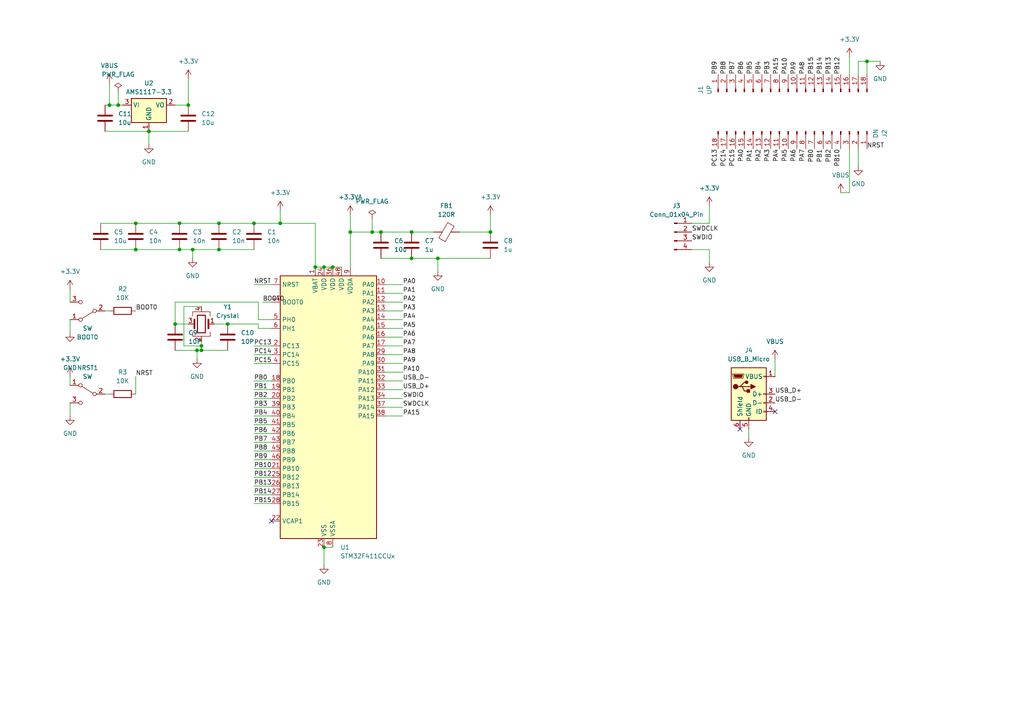
<source format=kicad_sch>
(kicad_sch (version 20230121) (generator eeschema)

  (uuid 476eea22-a058-439e-a08f-4aae4cb31433)

  (paper "A4")

  (lib_symbols
    (symbol "Connector:Conn_01x04_Pin" (pin_names (offset 1.016) hide) (in_bom yes) (on_board yes)
      (property "Reference" "J" (at 0 5.08 0)
        (effects (font (size 1.27 1.27)))
      )
      (property "Value" "Conn_01x04_Pin" (at 0 -7.62 0)
        (effects (font (size 1.27 1.27)))
      )
      (property "Footprint" "" (at 0 0 0)
        (effects (font (size 1.27 1.27)) hide)
      )
      (property "Datasheet" "~" (at 0 0 0)
        (effects (font (size 1.27 1.27)) hide)
      )
      (property "ki_locked" "" (at 0 0 0)
        (effects (font (size 1.27 1.27)))
      )
      (property "ki_keywords" "connector" (at 0 0 0)
        (effects (font (size 1.27 1.27)) hide)
      )
      (property "ki_description" "Generic connector, single row, 01x04, script generated" (at 0 0 0)
        (effects (font (size 1.27 1.27)) hide)
      )
      (property "ki_fp_filters" "Connector*:*_1x??_*" (at 0 0 0)
        (effects (font (size 1.27 1.27)) hide)
      )
      (symbol "Conn_01x04_Pin_1_1"
        (polyline
          (pts
            (xy 1.27 -5.08)
            (xy 0.8636 -5.08)
          )
          (stroke (width 0.1524) (type default))
          (fill (type none))
        )
        (polyline
          (pts
            (xy 1.27 -2.54)
            (xy 0.8636 -2.54)
          )
          (stroke (width 0.1524) (type default))
          (fill (type none))
        )
        (polyline
          (pts
            (xy 1.27 0)
            (xy 0.8636 0)
          )
          (stroke (width 0.1524) (type default))
          (fill (type none))
        )
        (polyline
          (pts
            (xy 1.27 2.54)
            (xy 0.8636 2.54)
          )
          (stroke (width 0.1524) (type default))
          (fill (type none))
        )
        (rectangle (start 0.8636 -4.953) (end 0 -5.207)
          (stroke (width 0.1524) (type default))
          (fill (type outline))
        )
        (rectangle (start 0.8636 -2.413) (end 0 -2.667)
          (stroke (width 0.1524) (type default))
          (fill (type outline))
        )
        (rectangle (start 0.8636 0.127) (end 0 -0.127)
          (stroke (width 0.1524) (type default))
          (fill (type outline))
        )
        (rectangle (start 0.8636 2.667) (end 0 2.413)
          (stroke (width 0.1524) (type default))
          (fill (type outline))
        )
        (pin passive line (at 5.08 2.54 180) (length 3.81)
          (name "Pin_1" (effects (font (size 1.27 1.27))))
          (number "1" (effects (font (size 1.27 1.27))))
        )
        (pin passive line (at 5.08 0 180) (length 3.81)
          (name "Pin_2" (effects (font (size 1.27 1.27))))
          (number "2" (effects (font (size 1.27 1.27))))
        )
        (pin passive line (at 5.08 -2.54 180) (length 3.81)
          (name "Pin_3" (effects (font (size 1.27 1.27))))
          (number "3" (effects (font (size 1.27 1.27))))
        )
        (pin passive line (at 5.08 -5.08 180) (length 3.81)
          (name "Pin_4" (effects (font (size 1.27 1.27))))
          (number "4" (effects (font (size 1.27 1.27))))
        )
      )
    )
    (symbol "Connector:Conn_01x18_Pin" (pin_names (offset 1.016) hide) (in_bom yes) (on_board yes)
      (property "Reference" "J" (at 0 22.86 0)
        (effects (font (size 1.27 1.27)))
      )
      (property "Value" "Conn_01x18_Pin" (at 0 -25.4 0)
        (effects (font (size 1.27 1.27)))
      )
      (property "Footprint" "" (at 0 0 0)
        (effects (font (size 1.27 1.27)) hide)
      )
      (property "Datasheet" "~" (at 0 0 0)
        (effects (font (size 1.27 1.27)) hide)
      )
      (property "ki_locked" "" (at 0 0 0)
        (effects (font (size 1.27 1.27)))
      )
      (property "ki_keywords" "connector" (at 0 0 0)
        (effects (font (size 1.27 1.27)) hide)
      )
      (property "ki_description" "Generic connector, single row, 01x18, script generated" (at 0 0 0)
        (effects (font (size 1.27 1.27)) hide)
      )
      (property "ki_fp_filters" "Connector*:*_1x??_*" (at 0 0 0)
        (effects (font (size 1.27 1.27)) hide)
      )
      (symbol "Conn_01x18_Pin_1_1"
        (polyline
          (pts
            (xy 1.27 -22.86)
            (xy 0.8636 -22.86)
          )
          (stroke (width 0.1524) (type default))
          (fill (type none))
        )
        (polyline
          (pts
            (xy 1.27 -20.32)
            (xy 0.8636 -20.32)
          )
          (stroke (width 0.1524) (type default))
          (fill (type none))
        )
        (polyline
          (pts
            (xy 1.27 -17.78)
            (xy 0.8636 -17.78)
          )
          (stroke (width 0.1524) (type default))
          (fill (type none))
        )
        (polyline
          (pts
            (xy 1.27 -15.24)
            (xy 0.8636 -15.24)
          )
          (stroke (width 0.1524) (type default))
          (fill (type none))
        )
        (polyline
          (pts
            (xy 1.27 -12.7)
            (xy 0.8636 -12.7)
          )
          (stroke (width 0.1524) (type default))
          (fill (type none))
        )
        (polyline
          (pts
            (xy 1.27 -10.16)
            (xy 0.8636 -10.16)
          )
          (stroke (width 0.1524) (type default))
          (fill (type none))
        )
        (polyline
          (pts
            (xy 1.27 -7.62)
            (xy 0.8636 -7.62)
          )
          (stroke (width 0.1524) (type default))
          (fill (type none))
        )
        (polyline
          (pts
            (xy 1.27 -5.08)
            (xy 0.8636 -5.08)
          )
          (stroke (width 0.1524) (type default))
          (fill (type none))
        )
        (polyline
          (pts
            (xy 1.27 -2.54)
            (xy 0.8636 -2.54)
          )
          (stroke (width 0.1524) (type default))
          (fill (type none))
        )
        (polyline
          (pts
            (xy 1.27 0)
            (xy 0.8636 0)
          )
          (stroke (width 0.1524) (type default))
          (fill (type none))
        )
        (polyline
          (pts
            (xy 1.27 2.54)
            (xy 0.8636 2.54)
          )
          (stroke (width 0.1524) (type default))
          (fill (type none))
        )
        (polyline
          (pts
            (xy 1.27 5.08)
            (xy 0.8636 5.08)
          )
          (stroke (width 0.1524) (type default))
          (fill (type none))
        )
        (polyline
          (pts
            (xy 1.27 7.62)
            (xy 0.8636 7.62)
          )
          (stroke (width 0.1524) (type default))
          (fill (type none))
        )
        (polyline
          (pts
            (xy 1.27 10.16)
            (xy 0.8636 10.16)
          )
          (stroke (width 0.1524) (type default))
          (fill (type none))
        )
        (polyline
          (pts
            (xy 1.27 12.7)
            (xy 0.8636 12.7)
          )
          (stroke (width 0.1524) (type default))
          (fill (type none))
        )
        (polyline
          (pts
            (xy 1.27 15.24)
            (xy 0.8636 15.24)
          )
          (stroke (width 0.1524) (type default))
          (fill (type none))
        )
        (polyline
          (pts
            (xy 1.27 17.78)
            (xy 0.8636 17.78)
          )
          (stroke (width 0.1524) (type default))
          (fill (type none))
        )
        (polyline
          (pts
            (xy 1.27 20.32)
            (xy 0.8636 20.32)
          )
          (stroke (width 0.1524) (type default))
          (fill (type none))
        )
        (rectangle (start 0.8636 -22.733) (end 0 -22.987)
          (stroke (width 0.1524) (type default))
          (fill (type outline))
        )
        (rectangle (start 0.8636 -20.193) (end 0 -20.447)
          (stroke (width 0.1524) (type default))
          (fill (type outline))
        )
        (rectangle (start 0.8636 -17.653) (end 0 -17.907)
          (stroke (width 0.1524) (type default))
          (fill (type outline))
        )
        (rectangle (start 0.8636 -15.113) (end 0 -15.367)
          (stroke (width 0.1524) (type default))
          (fill (type outline))
        )
        (rectangle (start 0.8636 -12.573) (end 0 -12.827)
          (stroke (width 0.1524) (type default))
          (fill (type outline))
        )
        (rectangle (start 0.8636 -10.033) (end 0 -10.287)
          (stroke (width 0.1524) (type default))
          (fill (type outline))
        )
        (rectangle (start 0.8636 -7.493) (end 0 -7.747)
          (stroke (width 0.1524) (type default))
          (fill (type outline))
        )
        (rectangle (start 0.8636 -4.953) (end 0 -5.207)
          (stroke (width 0.1524) (type default))
          (fill (type outline))
        )
        (rectangle (start 0.8636 -2.413) (end 0 -2.667)
          (stroke (width 0.1524) (type default))
          (fill (type outline))
        )
        (rectangle (start 0.8636 0.127) (end 0 -0.127)
          (stroke (width 0.1524) (type default))
          (fill (type outline))
        )
        (rectangle (start 0.8636 2.667) (end 0 2.413)
          (stroke (width 0.1524) (type default))
          (fill (type outline))
        )
        (rectangle (start 0.8636 5.207) (end 0 4.953)
          (stroke (width 0.1524) (type default))
          (fill (type outline))
        )
        (rectangle (start 0.8636 7.747) (end 0 7.493)
          (stroke (width 0.1524) (type default))
          (fill (type outline))
        )
        (rectangle (start 0.8636 10.287) (end 0 10.033)
          (stroke (width 0.1524) (type default))
          (fill (type outline))
        )
        (rectangle (start 0.8636 12.827) (end 0 12.573)
          (stroke (width 0.1524) (type default))
          (fill (type outline))
        )
        (rectangle (start 0.8636 15.367) (end 0 15.113)
          (stroke (width 0.1524) (type default))
          (fill (type outline))
        )
        (rectangle (start 0.8636 17.907) (end 0 17.653)
          (stroke (width 0.1524) (type default))
          (fill (type outline))
        )
        (rectangle (start 0.8636 20.447) (end 0 20.193)
          (stroke (width 0.1524) (type default))
          (fill (type outline))
        )
        (pin passive line (at 5.08 20.32 180) (length 3.81)
          (name "Pin_1" (effects (font (size 1.27 1.27))))
          (number "1" (effects (font (size 1.27 1.27))))
        )
        (pin passive line (at 5.08 -2.54 180) (length 3.81)
          (name "Pin_10" (effects (font (size 1.27 1.27))))
          (number "10" (effects (font (size 1.27 1.27))))
        )
        (pin passive line (at 5.08 -5.08 180) (length 3.81)
          (name "Pin_11" (effects (font (size 1.27 1.27))))
          (number "11" (effects (font (size 1.27 1.27))))
        )
        (pin passive line (at 5.08 -7.62 180) (length 3.81)
          (name "Pin_12" (effects (font (size 1.27 1.27))))
          (number "12" (effects (font (size 1.27 1.27))))
        )
        (pin passive line (at 5.08 -10.16 180) (length 3.81)
          (name "Pin_13" (effects (font (size 1.27 1.27))))
          (number "13" (effects (font (size 1.27 1.27))))
        )
        (pin passive line (at 5.08 -12.7 180) (length 3.81)
          (name "Pin_14" (effects (font (size 1.27 1.27))))
          (number "14" (effects (font (size 1.27 1.27))))
        )
        (pin passive line (at 5.08 -15.24 180) (length 3.81)
          (name "Pin_15" (effects (font (size 1.27 1.27))))
          (number "15" (effects (font (size 1.27 1.27))))
        )
        (pin passive line (at 5.08 -17.78 180) (length 3.81)
          (name "Pin_16" (effects (font (size 1.27 1.27))))
          (number "16" (effects (font (size 1.27 1.27))))
        )
        (pin passive line (at 5.08 -20.32 180) (length 3.81)
          (name "Pin_17" (effects (font (size 1.27 1.27))))
          (number "17" (effects (font (size 1.27 1.27))))
        )
        (pin passive line (at 5.08 -22.86 180) (length 3.81)
          (name "Pin_18" (effects (font (size 1.27 1.27))))
          (number "18" (effects (font (size 1.27 1.27))))
        )
        (pin passive line (at 5.08 17.78 180) (length 3.81)
          (name "Pin_2" (effects (font (size 1.27 1.27))))
          (number "2" (effects (font (size 1.27 1.27))))
        )
        (pin passive line (at 5.08 15.24 180) (length 3.81)
          (name "Pin_3" (effects (font (size 1.27 1.27))))
          (number "3" (effects (font (size 1.27 1.27))))
        )
        (pin passive line (at 5.08 12.7 180) (length 3.81)
          (name "Pin_4" (effects (font (size 1.27 1.27))))
          (number "4" (effects (font (size 1.27 1.27))))
        )
        (pin passive line (at 5.08 10.16 180) (length 3.81)
          (name "Pin_5" (effects (font (size 1.27 1.27))))
          (number "5" (effects (font (size 1.27 1.27))))
        )
        (pin passive line (at 5.08 7.62 180) (length 3.81)
          (name "Pin_6" (effects (font (size 1.27 1.27))))
          (number "6" (effects (font (size 1.27 1.27))))
        )
        (pin passive line (at 5.08 5.08 180) (length 3.81)
          (name "Pin_7" (effects (font (size 1.27 1.27))))
          (number "7" (effects (font (size 1.27 1.27))))
        )
        (pin passive line (at 5.08 2.54 180) (length 3.81)
          (name "Pin_8" (effects (font (size 1.27 1.27))))
          (number "8" (effects (font (size 1.27 1.27))))
        )
        (pin passive line (at 5.08 0 180) (length 3.81)
          (name "Pin_9" (effects (font (size 1.27 1.27))))
          (number "9" (effects (font (size 1.27 1.27))))
        )
      )
    )
    (symbol "Connector:USB_B_Micro" (pin_names (offset 1.016)) (in_bom yes) (on_board yes)
      (property "Reference" "J" (at -5.08 11.43 0)
        (effects (font (size 1.27 1.27)) (justify left))
      )
      (property "Value" "USB_B_Micro" (at -5.08 8.89 0)
        (effects (font (size 1.27 1.27)) (justify left))
      )
      (property "Footprint" "" (at 3.81 -1.27 0)
        (effects (font (size 1.27 1.27)) hide)
      )
      (property "Datasheet" "~" (at 3.81 -1.27 0)
        (effects (font (size 1.27 1.27)) hide)
      )
      (property "ki_keywords" "connector USB micro" (at 0 0 0)
        (effects (font (size 1.27 1.27)) hide)
      )
      (property "ki_description" "USB Micro Type B connector" (at 0 0 0)
        (effects (font (size 1.27 1.27)) hide)
      )
      (property "ki_fp_filters" "USB*" (at 0 0 0)
        (effects (font (size 1.27 1.27)) hide)
      )
      (symbol "USB_B_Micro_0_1"
        (rectangle (start -5.08 -7.62) (end 5.08 7.62)
          (stroke (width 0.254) (type default))
          (fill (type background))
        )
        (circle (center -3.81 2.159) (radius 0.635)
          (stroke (width 0.254) (type default))
          (fill (type outline))
        )
        (circle (center -0.635 3.429) (radius 0.381)
          (stroke (width 0.254) (type default))
          (fill (type outline))
        )
        (rectangle (start -0.127 -7.62) (end 0.127 -6.858)
          (stroke (width 0) (type default))
          (fill (type none))
        )
        (polyline
          (pts
            (xy -1.905 2.159)
            (xy 0.635 2.159)
          )
          (stroke (width 0.254) (type default))
          (fill (type none))
        )
        (polyline
          (pts
            (xy -3.175 2.159)
            (xy -2.54 2.159)
            (xy -1.27 3.429)
            (xy -0.635 3.429)
          )
          (stroke (width 0.254) (type default))
          (fill (type none))
        )
        (polyline
          (pts
            (xy -2.54 2.159)
            (xy -1.905 2.159)
            (xy -1.27 0.889)
            (xy 0 0.889)
          )
          (stroke (width 0.254) (type default))
          (fill (type none))
        )
        (polyline
          (pts
            (xy 0.635 2.794)
            (xy 0.635 1.524)
            (xy 1.905 2.159)
            (xy 0.635 2.794)
          )
          (stroke (width 0.254) (type default))
          (fill (type outline))
        )
        (polyline
          (pts
            (xy -4.318 5.588)
            (xy -1.778 5.588)
            (xy -2.032 4.826)
            (xy -4.064 4.826)
            (xy -4.318 5.588)
          )
          (stroke (width 0) (type default))
          (fill (type outline))
        )
        (polyline
          (pts
            (xy -4.699 5.842)
            (xy -4.699 5.588)
            (xy -4.445 4.826)
            (xy -4.445 4.572)
            (xy -1.651 4.572)
            (xy -1.651 4.826)
            (xy -1.397 5.588)
            (xy -1.397 5.842)
            (xy -4.699 5.842)
          )
          (stroke (width 0) (type default))
          (fill (type none))
        )
        (rectangle (start 0.254 1.27) (end -0.508 0.508)
          (stroke (width 0.254) (type default))
          (fill (type outline))
        )
        (rectangle (start 5.08 -5.207) (end 4.318 -4.953)
          (stroke (width 0) (type default))
          (fill (type none))
        )
        (rectangle (start 5.08 -2.667) (end 4.318 -2.413)
          (stroke (width 0) (type default))
          (fill (type none))
        )
        (rectangle (start 5.08 -0.127) (end 4.318 0.127)
          (stroke (width 0) (type default))
          (fill (type none))
        )
        (rectangle (start 5.08 4.953) (end 4.318 5.207)
          (stroke (width 0) (type default))
          (fill (type none))
        )
      )
      (symbol "USB_B_Micro_1_1"
        (pin power_out line (at 7.62 5.08 180) (length 2.54)
          (name "VBUS" (effects (font (size 1.27 1.27))))
          (number "1" (effects (font (size 1.27 1.27))))
        )
        (pin bidirectional line (at 7.62 -2.54 180) (length 2.54)
          (name "D-" (effects (font (size 1.27 1.27))))
          (number "2" (effects (font (size 1.27 1.27))))
        )
        (pin bidirectional line (at 7.62 0 180) (length 2.54)
          (name "D+" (effects (font (size 1.27 1.27))))
          (number "3" (effects (font (size 1.27 1.27))))
        )
        (pin passive line (at 7.62 -5.08 180) (length 2.54)
          (name "ID" (effects (font (size 1.27 1.27))))
          (number "4" (effects (font (size 1.27 1.27))))
        )
        (pin power_out line (at 0 -10.16 90) (length 2.54)
          (name "GND" (effects (font (size 1.27 1.27))))
          (number "5" (effects (font (size 1.27 1.27))))
        )
        (pin passive line (at -2.54 -10.16 90) (length 2.54)
          (name "Shield" (effects (font (size 1.27 1.27))))
          (number "6" (effects (font (size 1.27 1.27))))
        )
      )
    )
    (symbol "Device:C" (pin_numbers hide) (pin_names (offset 0.254)) (in_bom yes) (on_board yes)
      (property "Reference" "C" (at 0.635 2.54 0)
        (effects (font (size 1.27 1.27)) (justify left))
      )
      (property "Value" "C" (at 0.635 -2.54 0)
        (effects (font (size 1.27 1.27)) (justify left))
      )
      (property "Footprint" "" (at 0.9652 -3.81 0)
        (effects (font (size 1.27 1.27)) hide)
      )
      (property "Datasheet" "~" (at 0 0 0)
        (effects (font (size 1.27 1.27)) hide)
      )
      (property "ki_keywords" "cap capacitor" (at 0 0 0)
        (effects (font (size 1.27 1.27)) hide)
      )
      (property "ki_description" "Unpolarized capacitor" (at 0 0 0)
        (effects (font (size 1.27 1.27)) hide)
      )
      (property "ki_fp_filters" "C_*" (at 0 0 0)
        (effects (font (size 1.27 1.27)) hide)
      )
      (symbol "C_0_1"
        (polyline
          (pts
            (xy -2.032 -0.762)
            (xy 2.032 -0.762)
          )
          (stroke (width 0.508) (type default))
          (fill (type none))
        )
        (polyline
          (pts
            (xy -2.032 0.762)
            (xy 2.032 0.762)
          )
          (stroke (width 0.508) (type default))
          (fill (type none))
        )
      )
      (symbol "C_1_1"
        (pin passive line (at 0 3.81 270) (length 2.794)
          (name "~" (effects (font (size 1.27 1.27))))
          (number "1" (effects (font (size 1.27 1.27))))
        )
        (pin passive line (at 0 -3.81 90) (length 2.794)
          (name "~" (effects (font (size 1.27 1.27))))
          (number "2" (effects (font (size 1.27 1.27))))
        )
      )
    )
    (symbol "Device:Crystal_GND24" (pin_names (offset 1.016) hide) (in_bom yes) (on_board yes)
      (property "Reference" "Y" (at 3.175 5.08 0)
        (effects (font (size 1.27 1.27)) (justify left))
      )
      (property "Value" "Crystal_GND24" (at 3.175 3.175 0)
        (effects (font (size 1.27 1.27)) (justify left))
      )
      (property "Footprint" "" (at 0 0 0)
        (effects (font (size 1.27 1.27)) hide)
      )
      (property "Datasheet" "~" (at 0 0 0)
        (effects (font (size 1.27 1.27)) hide)
      )
      (property "ki_keywords" "quartz ceramic resonator oscillator" (at 0 0 0)
        (effects (font (size 1.27 1.27)) hide)
      )
      (property "ki_description" "Four pin crystal, GND on pins 2 and 4" (at 0 0 0)
        (effects (font (size 1.27 1.27)) hide)
      )
      (property "ki_fp_filters" "Crystal*" (at 0 0 0)
        (effects (font (size 1.27 1.27)) hide)
      )
      (symbol "Crystal_GND24_0_1"
        (rectangle (start -1.143 2.54) (end 1.143 -2.54)
          (stroke (width 0.3048) (type default))
          (fill (type none))
        )
        (polyline
          (pts
            (xy -2.54 0)
            (xy -2.032 0)
          )
          (stroke (width 0) (type default))
          (fill (type none))
        )
        (polyline
          (pts
            (xy -2.032 -1.27)
            (xy -2.032 1.27)
          )
          (stroke (width 0.508) (type default))
          (fill (type none))
        )
        (polyline
          (pts
            (xy 0 -3.81)
            (xy 0 -3.556)
          )
          (stroke (width 0) (type default))
          (fill (type none))
        )
        (polyline
          (pts
            (xy 0 3.556)
            (xy 0 3.81)
          )
          (stroke (width 0) (type default))
          (fill (type none))
        )
        (polyline
          (pts
            (xy 2.032 -1.27)
            (xy 2.032 1.27)
          )
          (stroke (width 0.508) (type default))
          (fill (type none))
        )
        (polyline
          (pts
            (xy 2.032 0)
            (xy 2.54 0)
          )
          (stroke (width 0) (type default))
          (fill (type none))
        )
        (polyline
          (pts
            (xy -2.54 -2.286)
            (xy -2.54 -3.556)
            (xy 2.54 -3.556)
            (xy 2.54 -2.286)
          )
          (stroke (width 0) (type default))
          (fill (type none))
        )
        (polyline
          (pts
            (xy -2.54 2.286)
            (xy -2.54 3.556)
            (xy 2.54 3.556)
            (xy 2.54 2.286)
          )
          (stroke (width 0) (type default))
          (fill (type none))
        )
      )
      (symbol "Crystal_GND24_1_1"
        (pin passive line (at -3.81 0 0) (length 1.27)
          (name "1" (effects (font (size 1.27 1.27))))
          (number "1" (effects (font (size 1.27 1.27))))
        )
        (pin passive line (at 0 5.08 270) (length 1.27)
          (name "2" (effects (font (size 1.27 1.27))))
          (number "2" (effects (font (size 1.27 1.27))))
        )
        (pin passive line (at 3.81 0 180) (length 1.27)
          (name "3" (effects (font (size 1.27 1.27))))
          (number "3" (effects (font (size 1.27 1.27))))
        )
        (pin passive line (at 0 -5.08 90) (length 1.27)
          (name "4" (effects (font (size 1.27 1.27))))
          (number "4" (effects (font (size 1.27 1.27))))
        )
      )
    )
    (symbol "Device:FerriteBead" (pin_numbers hide) (pin_names (offset 0)) (in_bom yes) (on_board yes)
      (property "Reference" "FB" (at -3.81 0.635 90)
        (effects (font (size 1.27 1.27)))
      )
      (property "Value" "FerriteBead" (at 3.81 0 90)
        (effects (font (size 1.27 1.27)))
      )
      (property "Footprint" "" (at -1.778 0 90)
        (effects (font (size 1.27 1.27)) hide)
      )
      (property "Datasheet" "~" (at 0 0 0)
        (effects (font (size 1.27 1.27)) hide)
      )
      (property "ki_keywords" "L ferrite bead inductor filter" (at 0 0 0)
        (effects (font (size 1.27 1.27)) hide)
      )
      (property "ki_description" "Ferrite bead" (at 0 0 0)
        (effects (font (size 1.27 1.27)) hide)
      )
      (property "ki_fp_filters" "Inductor_* L_* *Ferrite*" (at 0 0 0)
        (effects (font (size 1.27 1.27)) hide)
      )
      (symbol "FerriteBead_0_1"
        (polyline
          (pts
            (xy 0 -1.27)
            (xy 0 -1.2192)
          )
          (stroke (width 0) (type default))
          (fill (type none))
        )
        (polyline
          (pts
            (xy 0 1.27)
            (xy 0 1.2954)
          )
          (stroke (width 0) (type default))
          (fill (type none))
        )
        (polyline
          (pts
            (xy -2.7686 0.4064)
            (xy -1.7018 2.2606)
            (xy 2.7686 -0.3048)
            (xy 1.6764 -2.159)
            (xy -2.7686 0.4064)
          )
          (stroke (width 0) (type default))
          (fill (type none))
        )
      )
      (symbol "FerriteBead_1_1"
        (pin passive line (at 0 3.81 270) (length 2.54)
          (name "~" (effects (font (size 1.27 1.27))))
          (number "1" (effects (font (size 1.27 1.27))))
        )
        (pin passive line (at 0 -3.81 90) (length 2.54)
          (name "~" (effects (font (size 1.27 1.27))))
          (number "2" (effects (font (size 1.27 1.27))))
        )
      )
    )
    (symbol "Device:R" (pin_numbers hide) (pin_names (offset 0)) (in_bom yes) (on_board yes)
      (property "Reference" "R" (at 2.032 0 90)
        (effects (font (size 1.27 1.27)))
      )
      (property "Value" "R" (at 0 0 90)
        (effects (font (size 1.27 1.27)))
      )
      (property "Footprint" "" (at -1.778 0 90)
        (effects (font (size 1.27 1.27)) hide)
      )
      (property "Datasheet" "~" (at 0 0 0)
        (effects (font (size 1.27 1.27)) hide)
      )
      (property "ki_keywords" "R res resistor" (at 0 0 0)
        (effects (font (size 1.27 1.27)) hide)
      )
      (property "ki_description" "Resistor" (at 0 0 0)
        (effects (font (size 1.27 1.27)) hide)
      )
      (property "ki_fp_filters" "R_*" (at 0 0 0)
        (effects (font (size 1.27 1.27)) hide)
      )
      (symbol "R_0_1"
        (rectangle (start -1.016 -2.54) (end 1.016 2.54)
          (stroke (width 0.254) (type default))
          (fill (type none))
        )
      )
      (symbol "R_1_1"
        (pin passive line (at 0 3.81 270) (length 1.27)
          (name "~" (effects (font (size 1.27 1.27))))
          (number "1" (effects (font (size 1.27 1.27))))
        )
        (pin passive line (at 0 -3.81 90) (length 1.27)
          (name "~" (effects (font (size 1.27 1.27))))
          (number "2" (effects (font (size 1.27 1.27))))
        )
      )
    )
    (symbol "MCU_ST_STM32F4:STM32F411CCUx" (in_bom yes) (on_board yes)
      (property "Reference" "U" (at -12.7 39.37 0)
        (effects (font (size 1.27 1.27)) (justify left))
      )
      (property "Value" "STM32F411CCUx" (at 10.16 39.37 0)
        (effects (font (size 1.27 1.27)) (justify left))
      )
      (property "Footprint" "Package_DFN_QFN:QFN-48-1EP_7x7mm_P0.5mm_EP5.6x5.6mm" (at -12.7 -38.1 0)
        (effects (font (size 1.27 1.27)) (justify right) hide)
      )
      (property "Datasheet" "https://www.st.com/resource/en/datasheet/stm32f411cc.pdf" (at 0 0 0)
        (effects (font (size 1.27 1.27)) hide)
      )
      (property "ki_locked" "" (at 0 0 0)
        (effects (font (size 1.27 1.27)))
      )
      (property "ki_keywords" "Arm Cortex-M4 STM32F4 STM32F411" (at 0 0 0)
        (effects (font (size 1.27 1.27)) hide)
      )
      (property "ki_description" "STMicroelectronics Arm Cortex-M4 MCU, 256KB flash, 128KB RAM, 100 MHz, 1.7-3.6V, 36 GPIO, UFQFPN48" (at 0 0 0)
        (effects (font (size 1.27 1.27)) hide)
      )
      (property "ki_fp_filters" "QFN*1EP*7x7mm*P0.5mm*" (at 0 0 0)
        (effects (font (size 1.27 1.27)) hide)
      )
      (symbol "STM32F411CCUx_0_1"
        (rectangle (start -12.7 -38.1) (end 15.24 38.1)
          (stroke (width 0.254) (type default))
          (fill (type background))
        )
      )
      (symbol "STM32F411CCUx_1_1"
        (pin power_in line (at -2.54 40.64 270) (length 2.54)
          (name "VBAT" (effects (font (size 1.27 1.27))))
          (number "1" (effects (font (size 1.27 1.27))))
        )
        (pin bidirectional line (at 17.78 35.56 180) (length 2.54)
          (name "PA0" (effects (font (size 1.27 1.27))))
          (number "10" (effects (font (size 1.27 1.27))))
          (alternate "ADC1_IN0" bidirectional line)
          (alternate "SYS_WKUP" bidirectional line)
          (alternate "TIM2_CH1" bidirectional line)
          (alternate "TIM2_ETR" bidirectional line)
          (alternate "TIM5_CH1" bidirectional line)
          (alternate "USART2_CTS" bidirectional line)
        )
        (pin bidirectional line (at 17.78 33.02 180) (length 2.54)
          (name "PA1" (effects (font (size 1.27 1.27))))
          (number "11" (effects (font (size 1.27 1.27))))
          (alternate "ADC1_IN1" bidirectional line)
          (alternate "I2S4_SD" bidirectional line)
          (alternate "SPI4_MOSI" bidirectional line)
          (alternate "TIM2_CH2" bidirectional line)
          (alternate "TIM5_CH2" bidirectional line)
          (alternate "USART2_RTS" bidirectional line)
        )
        (pin bidirectional line (at 17.78 30.48 180) (length 2.54)
          (name "PA2" (effects (font (size 1.27 1.27))))
          (number "12" (effects (font (size 1.27 1.27))))
          (alternate "ADC1_IN2" bidirectional line)
          (alternate "I2S_CKIN" bidirectional line)
          (alternate "TIM2_CH3" bidirectional line)
          (alternate "TIM5_CH3" bidirectional line)
          (alternate "TIM9_CH1" bidirectional line)
          (alternate "USART2_TX" bidirectional line)
        )
        (pin bidirectional line (at 17.78 27.94 180) (length 2.54)
          (name "PA3" (effects (font (size 1.27 1.27))))
          (number "13" (effects (font (size 1.27 1.27))))
          (alternate "ADC1_IN3" bidirectional line)
          (alternate "I2S2_MCK" bidirectional line)
          (alternate "TIM2_CH4" bidirectional line)
          (alternate "TIM5_CH4" bidirectional line)
          (alternate "TIM9_CH2" bidirectional line)
          (alternate "USART2_RX" bidirectional line)
        )
        (pin bidirectional line (at 17.78 25.4 180) (length 2.54)
          (name "PA4" (effects (font (size 1.27 1.27))))
          (number "14" (effects (font (size 1.27 1.27))))
          (alternate "ADC1_IN4" bidirectional line)
          (alternate "I2S1_WS" bidirectional line)
          (alternate "I2S3_WS" bidirectional line)
          (alternate "SPI1_NSS" bidirectional line)
          (alternate "SPI3_NSS" bidirectional line)
          (alternate "USART2_CK" bidirectional line)
        )
        (pin bidirectional line (at 17.78 22.86 180) (length 2.54)
          (name "PA5" (effects (font (size 1.27 1.27))))
          (number "15" (effects (font (size 1.27 1.27))))
          (alternate "ADC1_IN5" bidirectional line)
          (alternate "I2S1_CK" bidirectional line)
          (alternate "SPI1_SCK" bidirectional line)
          (alternate "TIM2_CH1" bidirectional line)
          (alternate "TIM2_ETR" bidirectional line)
        )
        (pin bidirectional line (at 17.78 20.32 180) (length 2.54)
          (name "PA6" (effects (font (size 1.27 1.27))))
          (number "16" (effects (font (size 1.27 1.27))))
          (alternate "ADC1_IN6" bidirectional line)
          (alternate "I2S2_MCK" bidirectional line)
          (alternate "SDIO_CMD" bidirectional line)
          (alternate "SPI1_MISO" bidirectional line)
          (alternate "TIM1_BKIN" bidirectional line)
          (alternate "TIM3_CH1" bidirectional line)
        )
        (pin bidirectional line (at 17.78 17.78 180) (length 2.54)
          (name "PA7" (effects (font (size 1.27 1.27))))
          (number "17" (effects (font (size 1.27 1.27))))
          (alternate "ADC1_IN7" bidirectional line)
          (alternate "I2S1_SD" bidirectional line)
          (alternate "SPI1_MOSI" bidirectional line)
          (alternate "TIM1_CH1N" bidirectional line)
          (alternate "TIM3_CH2" bidirectional line)
        )
        (pin bidirectional line (at -15.24 7.62 0) (length 2.54)
          (name "PB0" (effects (font (size 1.27 1.27))))
          (number "18" (effects (font (size 1.27 1.27))))
          (alternate "ADC1_IN8" bidirectional line)
          (alternate "I2S5_CK" bidirectional line)
          (alternate "SPI5_SCK" bidirectional line)
          (alternate "TIM1_CH2N" bidirectional line)
          (alternate "TIM3_CH3" bidirectional line)
        )
        (pin bidirectional line (at -15.24 5.08 0) (length 2.54)
          (name "PB1" (effects (font (size 1.27 1.27))))
          (number "19" (effects (font (size 1.27 1.27))))
          (alternate "ADC1_IN9" bidirectional line)
          (alternate "I2S5_WS" bidirectional line)
          (alternate "SPI5_NSS" bidirectional line)
          (alternate "TIM1_CH3N" bidirectional line)
          (alternate "TIM3_CH4" bidirectional line)
        )
        (pin bidirectional line (at -15.24 17.78 0) (length 2.54)
          (name "PC13" (effects (font (size 1.27 1.27))))
          (number "2" (effects (font (size 1.27 1.27))))
          (alternate "RTC_AF1" bidirectional line)
        )
        (pin bidirectional line (at -15.24 2.54 0) (length 2.54)
          (name "PB2" (effects (font (size 1.27 1.27))))
          (number "20" (effects (font (size 1.27 1.27))))
        )
        (pin bidirectional line (at -15.24 -17.78 0) (length 2.54)
          (name "PB10" (effects (font (size 1.27 1.27))))
          (number "21" (effects (font (size 1.27 1.27))))
          (alternate "I2C2_SCL" bidirectional line)
          (alternate "I2S2_CK" bidirectional line)
          (alternate "I2S3_MCK" bidirectional line)
          (alternate "SDIO_D7" bidirectional line)
          (alternate "SPI2_SCK" bidirectional line)
          (alternate "TIM2_CH3" bidirectional line)
        )
        (pin power_out line (at -15.24 -33.02 0) (length 2.54)
          (name "VCAP1" (effects (font (size 1.27 1.27))))
          (number "22" (effects (font (size 1.27 1.27))))
        )
        (pin power_in line (at 0 -40.64 90) (length 2.54)
          (name "VSS" (effects (font (size 1.27 1.27))))
          (number "23" (effects (font (size 1.27 1.27))))
        )
        (pin power_in line (at 0 40.64 270) (length 2.54)
          (name "VDD" (effects (font (size 1.27 1.27))))
          (number "24" (effects (font (size 1.27 1.27))))
        )
        (pin bidirectional line (at -15.24 -20.32 0) (length 2.54)
          (name "PB12" (effects (font (size 1.27 1.27))))
          (number "25" (effects (font (size 1.27 1.27))))
          (alternate "I2C2_SMBA" bidirectional line)
          (alternate "I2S2_WS" bidirectional line)
          (alternate "I2S3_CK" bidirectional line)
          (alternate "I2S4_WS" bidirectional line)
          (alternate "SPI2_NSS" bidirectional line)
          (alternate "SPI3_SCK" bidirectional line)
          (alternate "SPI4_NSS" bidirectional line)
          (alternate "TIM1_BKIN" bidirectional line)
        )
        (pin bidirectional line (at -15.24 -22.86 0) (length 2.54)
          (name "PB13" (effects (font (size 1.27 1.27))))
          (number "26" (effects (font (size 1.27 1.27))))
          (alternate "I2S2_CK" bidirectional line)
          (alternate "I2S4_CK" bidirectional line)
          (alternate "SPI2_SCK" bidirectional line)
          (alternate "SPI4_SCK" bidirectional line)
          (alternate "TIM1_CH1N" bidirectional line)
        )
        (pin bidirectional line (at -15.24 -25.4 0) (length 2.54)
          (name "PB14" (effects (font (size 1.27 1.27))))
          (number "27" (effects (font (size 1.27 1.27))))
          (alternate "I2S2_ext_SD" bidirectional line)
          (alternate "SDIO_D6" bidirectional line)
          (alternate "SPI2_MISO" bidirectional line)
          (alternate "TIM1_CH2N" bidirectional line)
        )
        (pin bidirectional line (at -15.24 -27.94 0) (length 2.54)
          (name "PB15" (effects (font (size 1.27 1.27))))
          (number "28" (effects (font (size 1.27 1.27))))
          (alternate "ADC1_EXTI15" bidirectional line)
          (alternate "I2S2_SD" bidirectional line)
          (alternate "RTC_REFIN" bidirectional line)
          (alternate "SDIO_CK" bidirectional line)
          (alternate "SPI2_MOSI" bidirectional line)
          (alternate "TIM1_CH3N" bidirectional line)
        )
        (pin bidirectional line (at 17.78 15.24 180) (length 2.54)
          (name "PA8" (effects (font (size 1.27 1.27))))
          (number "29" (effects (font (size 1.27 1.27))))
          (alternate "I2C3_SCL" bidirectional line)
          (alternate "RCC_MCO_1" bidirectional line)
          (alternate "SDIO_D1" bidirectional line)
          (alternate "TIM1_CH1" bidirectional line)
          (alternate "USART1_CK" bidirectional line)
          (alternate "USB_OTG_FS_SOF" bidirectional line)
        )
        (pin bidirectional line (at -15.24 15.24 0) (length 2.54)
          (name "PC14" (effects (font (size 1.27 1.27))))
          (number "3" (effects (font (size 1.27 1.27))))
          (alternate "RCC_OSC32_IN" bidirectional line)
        )
        (pin bidirectional line (at 17.78 12.7 180) (length 2.54)
          (name "PA9" (effects (font (size 1.27 1.27))))
          (number "30" (effects (font (size 1.27 1.27))))
          (alternate "I2C3_SMBA" bidirectional line)
          (alternate "SDIO_D2" bidirectional line)
          (alternate "TIM1_CH2" bidirectional line)
          (alternate "USART1_TX" bidirectional line)
          (alternate "USB_OTG_FS_VBUS" bidirectional line)
        )
        (pin bidirectional line (at 17.78 10.16 180) (length 2.54)
          (name "PA10" (effects (font (size 1.27 1.27))))
          (number "31" (effects (font (size 1.27 1.27))))
          (alternate "I2S5_SD" bidirectional line)
          (alternate "SPI5_MOSI" bidirectional line)
          (alternate "TIM1_CH3" bidirectional line)
          (alternate "USART1_RX" bidirectional line)
          (alternate "USB_OTG_FS_ID" bidirectional line)
        )
        (pin bidirectional line (at 17.78 7.62 180) (length 2.54)
          (name "PA11" (effects (font (size 1.27 1.27))))
          (number "32" (effects (font (size 1.27 1.27))))
          (alternate "ADC1_EXTI11" bidirectional line)
          (alternate "SPI4_MISO" bidirectional line)
          (alternate "TIM1_CH4" bidirectional line)
          (alternate "USART1_CTS" bidirectional line)
          (alternate "USART6_TX" bidirectional line)
          (alternate "USB_OTG_FS_DM" bidirectional line)
        )
        (pin bidirectional line (at 17.78 5.08 180) (length 2.54)
          (name "PA12" (effects (font (size 1.27 1.27))))
          (number "33" (effects (font (size 1.27 1.27))))
          (alternate "SPI5_MISO" bidirectional line)
          (alternate "TIM1_ETR" bidirectional line)
          (alternate "USART1_RTS" bidirectional line)
          (alternate "USART6_RX" bidirectional line)
          (alternate "USB_OTG_FS_DP" bidirectional line)
        )
        (pin bidirectional line (at 17.78 2.54 180) (length 2.54)
          (name "PA13" (effects (font (size 1.27 1.27))))
          (number "34" (effects (font (size 1.27 1.27))))
          (alternate "SYS_JTMS-SWDIO" bidirectional line)
        )
        (pin passive line (at 0 -40.64 90) (length 2.54) hide
          (name "VSS" (effects (font (size 1.27 1.27))))
          (number "35" (effects (font (size 1.27 1.27))))
        )
        (pin power_in line (at 2.54 40.64 270) (length 2.54)
          (name "VDD" (effects (font (size 1.27 1.27))))
          (number "36" (effects (font (size 1.27 1.27))))
        )
        (pin bidirectional line (at 17.78 0 180) (length 2.54)
          (name "PA14" (effects (font (size 1.27 1.27))))
          (number "37" (effects (font (size 1.27 1.27))))
          (alternate "SYS_JTCK-SWCLK" bidirectional line)
        )
        (pin bidirectional line (at 17.78 -2.54 180) (length 2.54)
          (name "PA15" (effects (font (size 1.27 1.27))))
          (number "38" (effects (font (size 1.27 1.27))))
          (alternate "ADC1_EXTI15" bidirectional line)
          (alternate "I2S1_WS" bidirectional line)
          (alternate "I2S3_WS" bidirectional line)
          (alternate "SPI1_NSS" bidirectional line)
          (alternate "SPI3_NSS" bidirectional line)
          (alternate "SYS_JTDI" bidirectional line)
          (alternate "TIM2_CH1" bidirectional line)
          (alternate "TIM2_ETR" bidirectional line)
          (alternate "USART1_TX" bidirectional line)
        )
        (pin bidirectional line (at -15.24 0 0) (length 2.54)
          (name "PB3" (effects (font (size 1.27 1.27))))
          (number "39" (effects (font (size 1.27 1.27))))
          (alternate "I2C2_SDA" bidirectional line)
          (alternate "I2S1_CK" bidirectional line)
          (alternate "I2S3_CK" bidirectional line)
          (alternate "SPI1_SCK" bidirectional line)
          (alternate "SPI3_SCK" bidirectional line)
          (alternate "SYS_JTDO-SWO" bidirectional line)
          (alternate "TIM2_CH2" bidirectional line)
          (alternate "USART1_RX" bidirectional line)
        )
        (pin bidirectional line (at -15.24 12.7 0) (length 2.54)
          (name "PC15" (effects (font (size 1.27 1.27))))
          (number "4" (effects (font (size 1.27 1.27))))
          (alternate "ADC1_EXTI15" bidirectional line)
          (alternate "RCC_OSC32_OUT" bidirectional line)
        )
        (pin bidirectional line (at -15.24 -2.54 0) (length 2.54)
          (name "PB4" (effects (font (size 1.27 1.27))))
          (number "40" (effects (font (size 1.27 1.27))))
          (alternate "I2C3_SDA" bidirectional line)
          (alternate "I2S3_ext_SD" bidirectional line)
          (alternate "SDIO_D0" bidirectional line)
          (alternate "SPI1_MISO" bidirectional line)
          (alternate "SPI3_MISO" bidirectional line)
          (alternate "SYS_JTRST" bidirectional line)
          (alternate "TIM3_CH1" bidirectional line)
        )
        (pin bidirectional line (at -15.24 -5.08 0) (length 2.54)
          (name "PB5" (effects (font (size 1.27 1.27))))
          (number "41" (effects (font (size 1.27 1.27))))
          (alternate "I2C1_SMBA" bidirectional line)
          (alternate "I2S1_SD" bidirectional line)
          (alternate "I2S3_SD" bidirectional line)
          (alternate "SDIO_D3" bidirectional line)
          (alternate "SPI1_MOSI" bidirectional line)
          (alternate "SPI3_MOSI" bidirectional line)
          (alternate "TIM3_CH2" bidirectional line)
        )
        (pin bidirectional line (at -15.24 -7.62 0) (length 2.54)
          (name "PB6" (effects (font (size 1.27 1.27))))
          (number "42" (effects (font (size 1.27 1.27))))
          (alternate "I2C1_SCL" bidirectional line)
          (alternate "TIM4_CH1" bidirectional line)
          (alternate "USART1_TX" bidirectional line)
        )
        (pin bidirectional line (at -15.24 -10.16 0) (length 2.54)
          (name "PB7" (effects (font (size 1.27 1.27))))
          (number "43" (effects (font (size 1.27 1.27))))
          (alternate "I2C1_SDA" bidirectional line)
          (alternate "SDIO_D0" bidirectional line)
          (alternate "TIM4_CH2" bidirectional line)
          (alternate "USART1_RX" bidirectional line)
        )
        (pin input line (at -15.24 30.48 0) (length 2.54)
          (name "BOOT0" (effects (font (size 1.27 1.27))))
          (number "44" (effects (font (size 1.27 1.27))))
        )
        (pin bidirectional line (at -15.24 -12.7 0) (length 2.54)
          (name "PB8" (effects (font (size 1.27 1.27))))
          (number "45" (effects (font (size 1.27 1.27))))
          (alternate "I2C1_SCL" bidirectional line)
          (alternate "I2C3_SDA" bidirectional line)
          (alternate "I2S5_SD" bidirectional line)
          (alternate "SDIO_D4" bidirectional line)
          (alternate "SPI5_MOSI" bidirectional line)
          (alternate "TIM10_CH1" bidirectional line)
          (alternate "TIM4_CH3" bidirectional line)
        )
        (pin bidirectional line (at -15.24 -15.24 0) (length 2.54)
          (name "PB9" (effects (font (size 1.27 1.27))))
          (number "46" (effects (font (size 1.27 1.27))))
          (alternate "I2C1_SDA" bidirectional line)
          (alternate "I2C2_SDA" bidirectional line)
          (alternate "I2S2_WS" bidirectional line)
          (alternate "SDIO_D5" bidirectional line)
          (alternate "SPI2_NSS" bidirectional line)
          (alternate "TIM11_CH1" bidirectional line)
          (alternate "TIM4_CH4" bidirectional line)
        )
        (pin passive line (at 0 -40.64 90) (length 2.54) hide
          (name "VSS" (effects (font (size 1.27 1.27))))
          (number "47" (effects (font (size 1.27 1.27))))
        )
        (pin power_in line (at 5.08 40.64 270) (length 2.54)
          (name "VDD" (effects (font (size 1.27 1.27))))
          (number "48" (effects (font (size 1.27 1.27))))
        )
        (pin passive line (at 0 -40.64 90) (length 2.54) hide
          (name "VSS" (effects (font (size 1.27 1.27))))
          (number "49" (effects (font (size 1.27 1.27))))
        )
        (pin bidirectional line (at -15.24 25.4 0) (length 2.54)
          (name "PH0" (effects (font (size 1.27 1.27))))
          (number "5" (effects (font (size 1.27 1.27))))
          (alternate "RCC_OSC_IN" bidirectional line)
        )
        (pin bidirectional line (at -15.24 22.86 0) (length 2.54)
          (name "PH1" (effects (font (size 1.27 1.27))))
          (number "6" (effects (font (size 1.27 1.27))))
          (alternate "RCC_OSC_OUT" bidirectional line)
        )
        (pin input line (at -15.24 35.56 0) (length 2.54)
          (name "NRST" (effects (font (size 1.27 1.27))))
          (number "7" (effects (font (size 1.27 1.27))))
        )
        (pin power_in line (at 2.54 -40.64 90) (length 2.54)
          (name "VSSA" (effects (font (size 1.27 1.27))))
          (number "8" (effects (font (size 1.27 1.27))))
        )
        (pin power_in line (at 7.62 40.64 270) (length 2.54)
          (name "VDDA" (effects (font (size 1.27 1.27))))
          (number "9" (effects (font (size 1.27 1.27))))
        )
      )
    )
    (symbol "Regulator_Linear:AMS1117-3.3" (in_bom yes) (on_board yes)
      (property "Reference" "U" (at -3.81 3.175 0)
        (effects (font (size 1.27 1.27)))
      )
      (property "Value" "AMS1117-3.3" (at 0 3.175 0)
        (effects (font (size 1.27 1.27)) (justify left))
      )
      (property "Footprint" "Package_TO_SOT_SMD:SOT-223-3_TabPin2" (at 0 5.08 0)
        (effects (font (size 1.27 1.27)) hide)
      )
      (property "Datasheet" "http://www.advanced-monolithic.com/pdf/ds1117.pdf" (at 2.54 -6.35 0)
        (effects (font (size 1.27 1.27)) hide)
      )
      (property "ki_keywords" "linear regulator ldo fixed positive" (at 0 0 0)
        (effects (font (size 1.27 1.27)) hide)
      )
      (property "ki_description" "1A Low Dropout regulator, positive, 3.3V fixed output, SOT-223" (at 0 0 0)
        (effects (font (size 1.27 1.27)) hide)
      )
      (property "ki_fp_filters" "SOT?223*TabPin2*" (at 0 0 0)
        (effects (font (size 1.27 1.27)) hide)
      )
      (symbol "AMS1117-3.3_0_1"
        (rectangle (start -5.08 -5.08) (end 5.08 1.905)
          (stroke (width 0.254) (type default))
          (fill (type background))
        )
      )
      (symbol "AMS1117-3.3_1_1"
        (pin power_in line (at 0 -7.62 90) (length 2.54)
          (name "GND" (effects (font (size 1.27 1.27))))
          (number "1" (effects (font (size 1.27 1.27))))
        )
        (pin power_out line (at 7.62 0 180) (length 2.54)
          (name "VO" (effects (font (size 1.27 1.27))))
          (number "2" (effects (font (size 1.27 1.27))))
        )
        (pin power_in line (at -7.62 0 0) (length 2.54)
          (name "VI" (effects (font (size 1.27 1.27))))
          (number "3" (effects (font (size 1.27 1.27))))
        )
      )
    )
    (symbol "Switch:SW_SPDT" (pin_names (offset 0) hide) (in_bom yes) (on_board yes)
      (property "Reference" "SW" (at 0 4.318 0)
        (effects (font (size 1.27 1.27)))
      )
      (property "Value" "SW_SPDT" (at 0 -5.08 0)
        (effects (font (size 1.27 1.27)))
      )
      (property "Footprint" "" (at 0 0 0)
        (effects (font (size 1.27 1.27)) hide)
      )
      (property "Datasheet" "~" (at 0 0 0)
        (effects (font (size 1.27 1.27)) hide)
      )
      (property "ki_keywords" "switch single-pole double-throw spdt ON-ON" (at 0 0 0)
        (effects (font (size 1.27 1.27)) hide)
      )
      (property "ki_description" "Switch, single pole double throw" (at 0 0 0)
        (effects (font (size 1.27 1.27)) hide)
      )
      (symbol "SW_SPDT_0_0"
        (circle (center -2.032 0) (radius 0.508)
          (stroke (width 0) (type default))
          (fill (type none))
        )
        (circle (center 2.032 -2.54) (radius 0.508)
          (stroke (width 0) (type default))
          (fill (type none))
        )
      )
      (symbol "SW_SPDT_0_1"
        (polyline
          (pts
            (xy -1.524 0.254)
            (xy 1.651 2.286)
          )
          (stroke (width 0) (type default))
          (fill (type none))
        )
        (circle (center 2.032 2.54) (radius 0.508)
          (stroke (width 0) (type default))
          (fill (type none))
        )
      )
      (symbol "SW_SPDT_1_1"
        (pin passive line (at 5.08 2.54 180) (length 2.54)
          (name "A" (effects (font (size 1.27 1.27))))
          (number "1" (effects (font (size 1.27 1.27))))
        )
        (pin passive line (at -5.08 0 0) (length 2.54)
          (name "B" (effects (font (size 1.27 1.27))))
          (number "2" (effects (font (size 1.27 1.27))))
        )
        (pin passive line (at 5.08 -2.54 180) (length 2.54)
          (name "C" (effects (font (size 1.27 1.27))))
          (number "3" (effects (font (size 1.27 1.27))))
        )
      )
    )
    (symbol "power:+3.3V" (power) (pin_names (offset 0)) (in_bom yes) (on_board yes)
      (property "Reference" "#PWR" (at 0 -3.81 0)
        (effects (font (size 1.27 1.27)) hide)
      )
      (property "Value" "+3.3V" (at 0 3.556 0)
        (effects (font (size 1.27 1.27)))
      )
      (property "Footprint" "" (at 0 0 0)
        (effects (font (size 1.27 1.27)) hide)
      )
      (property "Datasheet" "" (at 0 0 0)
        (effects (font (size 1.27 1.27)) hide)
      )
      (property "ki_keywords" "global power" (at 0 0 0)
        (effects (font (size 1.27 1.27)) hide)
      )
      (property "ki_description" "Power symbol creates a global label with name \"+3.3V\"" (at 0 0 0)
        (effects (font (size 1.27 1.27)) hide)
      )
      (symbol "+3.3V_0_1"
        (polyline
          (pts
            (xy -0.762 1.27)
            (xy 0 2.54)
          )
          (stroke (width 0) (type default))
          (fill (type none))
        )
        (polyline
          (pts
            (xy 0 0)
            (xy 0 2.54)
          )
          (stroke (width 0) (type default))
          (fill (type none))
        )
        (polyline
          (pts
            (xy 0 2.54)
            (xy 0.762 1.27)
          )
          (stroke (width 0) (type default))
          (fill (type none))
        )
      )
      (symbol "+3.3V_1_1"
        (pin power_in line (at 0 0 90) (length 0) hide
          (name "+3.3V" (effects (font (size 1.27 1.27))))
          (number "1" (effects (font (size 1.27 1.27))))
        )
      )
    )
    (symbol "power:+3.3VA" (power) (pin_names (offset 0)) (in_bom yes) (on_board yes)
      (property "Reference" "#PWR" (at 0 -3.81 0)
        (effects (font (size 1.27 1.27)) hide)
      )
      (property "Value" "+3.3VA" (at 0 3.556 0)
        (effects (font (size 1.27 1.27)))
      )
      (property "Footprint" "" (at 0 0 0)
        (effects (font (size 1.27 1.27)) hide)
      )
      (property "Datasheet" "" (at 0 0 0)
        (effects (font (size 1.27 1.27)) hide)
      )
      (property "ki_keywords" "global power" (at 0 0 0)
        (effects (font (size 1.27 1.27)) hide)
      )
      (property "ki_description" "Power symbol creates a global label with name \"+3.3VA\"" (at 0 0 0)
        (effects (font (size 1.27 1.27)) hide)
      )
      (symbol "+3.3VA_0_1"
        (polyline
          (pts
            (xy -0.762 1.27)
            (xy 0 2.54)
          )
          (stroke (width 0) (type default))
          (fill (type none))
        )
        (polyline
          (pts
            (xy 0 0)
            (xy 0 2.54)
          )
          (stroke (width 0) (type default))
          (fill (type none))
        )
        (polyline
          (pts
            (xy 0 2.54)
            (xy 0.762 1.27)
          )
          (stroke (width 0) (type default))
          (fill (type none))
        )
      )
      (symbol "+3.3VA_1_1"
        (pin power_in line (at 0 0 90) (length 0) hide
          (name "+3.3VA" (effects (font (size 1.27 1.27))))
          (number "1" (effects (font (size 1.27 1.27))))
        )
      )
    )
    (symbol "power:GND" (power) (pin_names (offset 0)) (in_bom yes) (on_board yes)
      (property "Reference" "#PWR" (at 0 -6.35 0)
        (effects (font (size 1.27 1.27)) hide)
      )
      (property "Value" "GND" (at 0 -3.81 0)
        (effects (font (size 1.27 1.27)))
      )
      (property "Footprint" "" (at 0 0 0)
        (effects (font (size 1.27 1.27)) hide)
      )
      (property "Datasheet" "" (at 0 0 0)
        (effects (font (size 1.27 1.27)) hide)
      )
      (property "ki_keywords" "global power" (at 0 0 0)
        (effects (font (size 1.27 1.27)) hide)
      )
      (property "ki_description" "Power symbol creates a global label with name \"GND\" , ground" (at 0 0 0)
        (effects (font (size 1.27 1.27)) hide)
      )
      (symbol "GND_0_1"
        (polyline
          (pts
            (xy 0 0)
            (xy 0 -1.27)
            (xy 1.27 -1.27)
            (xy 0 -2.54)
            (xy -1.27 -1.27)
            (xy 0 -1.27)
          )
          (stroke (width 0) (type default))
          (fill (type none))
        )
      )
      (symbol "GND_1_1"
        (pin power_in line (at 0 0 270) (length 0) hide
          (name "GND" (effects (font (size 1.27 1.27))))
          (number "1" (effects (font (size 1.27 1.27))))
        )
      )
    )
    (symbol "power:PWR_FLAG" (power) (pin_numbers hide) (pin_names (offset 0) hide) (in_bom yes) (on_board yes)
      (property "Reference" "#FLG" (at 0 1.905 0)
        (effects (font (size 1.27 1.27)) hide)
      )
      (property "Value" "PWR_FLAG" (at 0 3.81 0)
        (effects (font (size 1.27 1.27)))
      )
      (property "Footprint" "" (at 0 0 0)
        (effects (font (size 1.27 1.27)) hide)
      )
      (property "Datasheet" "~" (at 0 0 0)
        (effects (font (size 1.27 1.27)) hide)
      )
      (property "ki_keywords" "flag power" (at 0 0 0)
        (effects (font (size 1.27 1.27)) hide)
      )
      (property "ki_description" "Special symbol for telling ERC where power comes from" (at 0 0 0)
        (effects (font (size 1.27 1.27)) hide)
      )
      (symbol "PWR_FLAG_0_0"
        (pin power_out line (at 0 0 90) (length 0)
          (name "pwr" (effects (font (size 1.27 1.27))))
          (number "1" (effects (font (size 1.27 1.27))))
        )
      )
      (symbol "PWR_FLAG_0_1"
        (polyline
          (pts
            (xy 0 0)
            (xy 0 1.27)
            (xy -1.016 1.905)
            (xy 0 2.54)
            (xy 1.016 1.905)
            (xy 0 1.27)
          )
          (stroke (width 0) (type default))
          (fill (type none))
        )
      )
    )
    (symbol "power:VBUS" (power) (pin_names (offset 0)) (in_bom yes) (on_board yes)
      (property "Reference" "#PWR" (at 0 -3.81 0)
        (effects (font (size 1.27 1.27)) hide)
      )
      (property "Value" "VBUS" (at 0 3.81 0)
        (effects (font (size 1.27 1.27)))
      )
      (property "Footprint" "" (at 0 0 0)
        (effects (font (size 1.27 1.27)) hide)
      )
      (property "Datasheet" "" (at 0 0 0)
        (effects (font (size 1.27 1.27)) hide)
      )
      (property "ki_keywords" "global power" (at 0 0 0)
        (effects (font (size 1.27 1.27)) hide)
      )
      (property "ki_description" "Power symbol creates a global label with name \"VBUS\"" (at 0 0 0)
        (effects (font (size 1.27 1.27)) hide)
      )
      (symbol "VBUS_0_1"
        (polyline
          (pts
            (xy -0.762 1.27)
            (xy 0 2.54)
          )
          (stroke (width 0) (type default))
          (fill (type none))
        )
        (polyline
          (pts
            (xy 0 0)
            (xy 0 2.54)
          )
          (stroke (width 0) (type default))
          (fill (type none))
        )
        (polyline
          (pts
            (xy 0 2.54)
            (xy 0.762 1.27)
          )
          (stroke (width 0) (type default))
          (fill (type none))
        )
      )
      (symbol "VBUS_1_1"
        (pin power_in line (at 0 0 90) (length 0) hide
          (name "VBUS" (effects (font (size 1.27 1.27))))
          (number "1" (effects (font (size 1.27 1.27))))
        )
      )
    )
  )

  (junction (at 52.07 72.39) (diameter 0) (color 0 0 0 0)
    (uuid 08781ab1-2535-4d09-b199-8eaca06fc2c0)
  )
  (junction (at 107.95 67.31) (diameter 0) (color 0 0 0 0)
    (uuid 09e9083e-0036-4115-b4fe-ebeba45ee241)
  )
  (junction (at 101.6 67.31) (diameter 0) (color 0 0 0 0)
    (uuid 0b70d8c6-057f-4678-bbdb-654787b31354)
  )
  (junction (at 119.38 67.31) (diameter 0) (color 0 0 0 0)
    (uuid 1f800b8a-3dac-4f65-af87-b2f9516ed993)
  )
  (junction (at 57.15 101.6) (diameter 0) (color 0 0 0 0)
    (uuid 247973dd-4432-403a-9f55-0fde12edee08)
  )
  (junction (at 58.42 100.33) (diameter 0) (color 0 0 0 0)
    (uuid 25cb5476-77fe-4f78-aa7b-b85bb7869d82)
  )
  (junction (at 96.52 77.47) (diameter 0) (color 0 0 0 0)
    (uuid 2be9ce51-0d15-4cdc-800c-31dad43ea68c)
  )
  (junction (at 63.5 64.77) (diameter 0) (color 0 0 0 0)
    (uuid 4facde24-0b86-4244-a0cc-f8cb8c04bf9d)
  )
  (junction (at 39.37 72.39) (diameter 0) (color 0 0 0 0)
    (uuid 5d4ce12a-27e1-4fde-a906-cf1501363f09)
  )
  (junction (at 93.98 77.47) (diameter 0) (color 0 0 0 0)
    (uuid 6453fc9d-0def-45bd-beb9-2563ba692e04)
  )
  (junction (at 50.8 93.98) (diameter 0) (color 0 0 0 0)
    (uuid 663426b2-4716-43ae-b2ad-9d92d778cab3)
  )
  (junction (at 91.44 77.47) (diameter 0) (color 0 0 0 0)
    (uuid 66d72d04-4e71-4460-89c4-ce183dd0195b)
  )
  (junction (at 58.42 101.6) (diameter 0) (color 0 0 0 0)
    (uuid 757eb2c0-25e8-4fed-aead-2dab5f488b27)
  )
  (junction (at 73.66 64.77) (diameter 0) (color 0 0 0 0)
    (uuid 8cc38ec2-b54e-41b5-990b-7b01789e7850)
  )
  (junction (at 110.49 67.31) (diameter 0) (color 0 0 0 0)
    (uuid 8dd42155-e820-49b2-9941-0adbf89a4893)
  )
  (junction (at 142.24 67.31) (diameter 0) (color 0 0 0 0)
    (uuid 9fcd2965-87ca-48d5-adac-372804dfdab5)
  )
  (junction (at 54.61 30.48) (diameter 0) (color 0 0 0 0)
    (uuid a558b57b-f216-4ca8-a1e3-5426dddde49e)
  )
  (junction (at 81.28 64.77) (diameter 0) (color 0 0 0 0)
    (uuid a74ada11-c80e-4a42-908e-69cd7faf4bdd)
  )
  (junction (at 127 74.93) (diameter 0) (color 0 0 0 0)
    (uuid a820760a-d068-455f-981d-82afc25579c6)
  )
  (junction (at 66.04 93.98) (diameter 0) (color 0 0 0 0)
    (uuid ab12708a-7e5e-4cdb-8d75-fe37587103e7)
  )
  (junction (at 251.46 17.78) (diameter 0) (color 0 0 0 0)
    (uuid bfc1602f-59c2-45e7-b38b-c75635026fb5)
  )
  (junction (at 31.75 30.48) (diameter 0) (color 0 0 0 0)
    (uuid c8c1b354-005f-4e92-a1b0-dd5bebba5c05)
  )
  (junction (at 43.18 38.1) (diameter 0) (color 0 0 0 0)
    (uuid ca26e878-4886-49d2-bfe9-20ec944bda06)
  )
  (junction (at 34.29 30.48) (diameter 0) (color 0 0 0 0)
    (uuid d791e531-0952-4c72-9e49-ee056c3dcceb)
  )
  (junction (at 119.38 74.93) (diameter 0) (color 0 0 0 0)
    (uuid e1639755-f32a-4549-8bb9-2a7977bcc2ab)
  )
  (junction (at 55.88 72.39) (diameter 0) (color 0 0 0 0)
    (uuid e6df9aa9-fa8a-462a-a716-b7b74387b35e)
  )
  (junction (at 93.98 158.75) (diameter 0) (color 0 0 0 0)
    (uuid ec04190c-b319-455a-984a-4eb34576cb9a)
  )
  (junction (at 39.37 64.77) (diameter 0) (color 0 0 0 0)
    (uuid ed600b18-57b8-4f3b-9975-202b9d3fa53f)
  )
  (junction (at 52.07 64.77) (diameter 0) (color 0 0 0 0)
    (uuid f2dca49b-317c-47aa-8337-6f46288ddea8)
  )
  (junction (at 63.5 72.39) (diameter 0) (color 0 0 0 0)
    (uuid f835c6e8-3a11-4e8b-8907-15d63fcf1488)
  )

  (no_connect (at 214.63 124.46) (uuid 29e3139e-f064-4abc-b8c0-fd6a86cf3141))
  (no_connect (at 224.79 119.38) (uuid 3e823467-66fd-4ad4-96ef-48ff96219738))
  (no_connect (at 78.74 151.13) (uuid 99999c4c-0d01-423b-b8db-e5971fc5e530))

  (wire (pts (xy 73.66 128.27) (xy 78.74 128.27))
    (stroke (width 0) (type default))
    (uuid 00296a71-bff4-4774-b58f-d3a7006c8ad7)
  )
  (wire (pts (xy 251.46 17.78) (xy 248.92 17.78))
    (stroke (width 0) (type default))
    (uuid 0243ce4c-9e5a-4b06-b600-d3eec47f1c31)
  )
  (wire (pts (xy 111.76 92.71) (xy 116.84 92.71))
    (stroke (width 0) (type default))
    (uuid 066802bd-7732-42cc-9b0a-9e08d1931912)
  )
  (wire (pts (xy 74.93 93.98) (xy 66.04 93.98))
    (stroke (width 0) (type default))
    (uuid 06f67fb0-59b6-4b35-ae5f-c30caef98a3f)
  )
  (wire (pts (xy 110.49 67.31) (xy 119.38 67.31))
    (stroke (width 0) (type default))
    (uuid 110c9d33-d42e-4858-b877-518605f47211)
  )
  (wire (pts (xy 53.34 100.33) (xy 53.34 88.9))
    (stroke (width 0) (type default))
    (uuid 1466bccc-6878-42d8-9d82-7c407bf60c3c)
  )
  (wire (pts (xy 111.76 87.63) (xy 116.84 87.63))
    (stroke (width 0) (type default))
    (uuid 18aab8d4-d903-4890-9f31-bc11953b994f)
  )
  (wire (pts (xy 111.76 115.57) (xy 116.84 115.57))
    (stroke (width 0) (type default))
    (uuid 191a8a15-7598-4e72-a283-11cee445be79)
  )
  (wire (pts (xy 73.66 102.87) (xy 78.74 102.87))
    (stroke (width 0) (type default))
    (uuid 1abc4920-520d-4070-bec6-eba90dd203d0)
  )
  (wire (pts (xy 205.74 72.39) (xy 205.74 76.2))
    (stroke (width 0) (type default))
    (uuid 1d9d8f27-8163-4af4-a650-8735cf21d1a2)
  )
  (wire (pts (xy 107.95 63.5) (xy 107.95 67.31))
    (stroke (width 0) (type default))
    (uuid 28a14855-b72a-4470-9d9e-3c10ad13dd47)
  )
  (wire (pts (xy 31.75 30.48) (xy 34.29 30.48))
    (stroke (width 0) (type default))
    (uuid 291597d5-6619-4bc1-a729-c6172b9f728e)
  )
  (wire (pts (xy 58.42 99.06) (xy 58.42 100.33))
    (stroke (width 0) (type default))
    (uuid 2ad3a0f4-7b15-4be4-8b81-c0ee0e7cd4d9)
  )
  (wire (pts (xy 110.49 67.31) (xy 107.95 67.31))
    (stroke (width 0) (type default))
    (uuid 2b4cd6bc-4cc6-4c61-8f3d-c84fdfe1534b)
  )
  (wire (pts (xy 111.76 97.79) (xy 116.84 97.79))
    (stroke (width 0) (type default))
    (uuid 3024a151-a3c7-4988-bc89-b27dfbfa5d6c)
  )
  (wire (pts (xy 127 74.93) (xy 127 78.74))
    (stroke (width 0) (type default))
    (uuid 31bdbe6d-34a1-49dc-9cf4-912069dff87c)
  )
  (wire (pts (xy 58.42 100.33) (xy 53.34 100.33))
    (stroke (width 0) (type default))
    (uuid 340805ba-6c7f-4234-aa36-532465141042)
  )
  (wire (pts (xy 30.48 90.17) (xy 31.75 90.17))
    (stroke (width 0) (type default))
    (uuid 35e4f522-c58e-4d19-b757-2af8e5015e1a)
  )
  (wire (pts (xy 111.76 107.95) (xy 116.84 107.95))
    (stroke (width 0) (type default))
    (uuid 38e5e221-ef2b-4047-8b91-484b865c02bf)
  )
  (wire (pts (xy 74.93 87.63) (xy 50.8 87.63))
    (stroke (width 0) (type default))
    (uuid 393e5306-e8ba-497f-be2b-1938b2c9c039)
  )
  (wire (pts (xy 73.66 123.19) (xy 78.74 123.19))
    (stroke (width 0) (type default))
    (uuid 3d8a77f9-4b59-4378-9346-32d98e24e8a5)
  )
  (wire (pts (xy 91.44 64.77) (xy 81.28 64.77))
    (stroke (width 0) (type default))
    (uuid 3f1a680e-0059-4920-9776-5358f57e0af4)
  )
  (wire (pts (xy 62.23 93.98) (xy 66.04 93.98))
    (stroke (width 0) (type default))
    (uuid 42120493-8c2b-4981-b491-0e63160fe667)
  )
  (wire (pts (xy 74.93 87.63) (xy 74.93 92.71))
    (stroke (width 0) (type default))
    (uuid 423cd467-7f97-4117-a7fc-5c4ea537ac04)
  )
  (wire (pts (xy 111.76 118.11) (xy 116.84 118.11))
    (stroke (width 0) (type default))
    (uuid 436ac93f-46a6-445a-a06b-9c35e4d68fb9)
  )
  (wire (pts (xy 73.66 105.41) (xy 78.74 105.41))
    (stroke (width 0) (type default))
    (uuid 467d704a-3779-494b-a7dc-2b0ddec3ac70)
  )
  (wire (pts (xy 111.76 82.55) (xy 116.84 82.55))
    (stroke (width 0) (type default))
    (uuid 48566f5c-3d67-4fc1-be36-2df221c0a78d)
  )
  (wire (pts (xy 20.32 116.84) (xy 20.32 120.65))
    (stroke (width 0) (type default))
    (uuid 4b5bbe30-82a1-4aec-bff8-96d0e348a8c4)
  )
  (wire (pts (xy 142.24 62.23) (xy 142.24 67.31))
    (stroke (width 0) (type default))
    (uuid 4be18b24-a0b0-4019-b80c-edb454974fd5)
  )
  (wire (pts (xy 63.5 64.77) (xy 73.66 64.77))
    (stroke (width 0) (type default))
    (uuid 4bf0a91b-9b91-4f03-99ed-815431252798)
  )
  (wire (pts (xy 63.5 72.39) (xy 73.66 72.39))
    (stroke (width 0) (type default))
    (uuid 520aea60-a938-480a-a95f-d849f7cefb8f)
  )
  (wire (pts (xy 246.38 55.88) (xy 246.38 43.18))
    (stroke (width 0) (type default))
    (uuid 52841e4b-f85c-4620-bcf3-d4dbdfc37c21)
  )
  (wire (pts (xy 39.37 72.39) (xy 52.07 72.39))
    (stroke (width 0) (type default))
    (uuid 542a9740-bc14-4447-a65d-52e0c341385a)
  )
  (wire (pts (xy 20.32 83.82) (xy 20.32 87.63))
    (stroke (width 0) (type default))
    (uuid 55af2678-feb1-40ff-82f6-eb7a43d664b2)
  )
  (wire (pts (xy 39.37 114.3) (xy 39.37 109.22))
    (stroke (width 0) (type default))
    (uuid 575c29ce-f06f-457c-8813-ab9a733dee8d)
  )
  (wire (pts (xy 20.32 92.71) (xy 20.32 96.52))
    (stroke (width 0) (type default))
    (uuid 577a43f1-c90b-4ace-b8f1-e8bb6f1e05ef)
  )
  (wire (pts (xy 52.07 64.77) (xy 63.5 64.77))
    (stroke (width 0) (type default))
    (uuid 59e6bc3f-156d-4930-a963-09c7e5f7a514)
  )
  (wire (pts (xy 73.66 140.97) (xy 78.74 140.97))
    (stroke (width 0) (type default))
    (uuid 5bb7488b-643d-40ad-80f5-f79ab4cc6ed1)
  )
  (wire (pts (xy 73.66 118.11) (xy 78.74 118.11))
    (stroke (width 0) (type default))
    (uuid 5c979a0e-40d7-4a6c-a2e8-7781da157d62)
  )
  (wire (pts (xy 93.98 158.75) (xy 96.52 158.75))
    (stroke (width 0) (type default))
    (uuid 5d468bb6-da79-42a1-b067-4ce1c5ce9000)
  )
  (wire (pts (xy 111.76 105.41) (xy 116.84 105.41))
    (stroke (width 0) (type default))
    (uuid 5da64f82-05bf-4c5e-a697-d4f18095aff4)
  )
  (wire (pts (xy 39.37 64.77) (xy 52.07 64.77))
    (stroke (width 0) (type default))
    (uuid 5db34089-6569-4caf-865d-02cecdbeed68)
  )
  (wire (pts (xy 29.21 72.39) (xy 39.37 72.39))
    (stroke (width 0) (type default))
    (uuid 62e6bd27-8c28-42b9-ad1b-a56856f031a4)
  )
  (wire (pts (xy 73.66 110.49) (xy 78.74 110.49))
    (stroke (width 0) (type default))
    (uuid 636c7730-455d-4505-8ecb-c9b5c72286d5)
  )
  (wire (pts (xy 43.18 38.1) (xy 54.61 38.1))
    (stroke (width 0) (type default))
    (uuid 64005a77-b6c8-4b86-9b94-b1c93004e47f)
  )
  (wire (pts (xy 111.76 100.33) (xy 116.84 100.33))
    (stroke (width 0) (type default))
    (uuid 64034cda-2bbf-4a5e-92fe-0b905573c0f6)
  )
  (wire (pts (xy 205.74 59.69) (xy 205.74 64.77))
    (stroke (width 0) (type default))
    (uuid 65a0cd40-3f72-4a45-88e1-6b542e70067e)
  )
  (wire (pts (xy 34.29 26.67) (xy 34.29 30.48))
    (stroke (width 0) (type default))
    (uuid 65cc0625-11d4-47a5-ba59-03101a3b7ade)
  )
  (wire (pts (xy 55.88 72.39) (xy 63.5 72.39))
    (stroke (width 0) (type default))
    (uuid 663f58f1-3600-4d61-bab6-66b39fb5277f)
  )
  (wire (pts (xy 119.38 67.31) (xy 125.73 67.31))
    (stroke (width 0) (type default))
    (uuid 680384cd-e68b-4fca-9e47-455494733fc9)
  )
  (wire (pts (xy 30.48 114.3) (xy 31.75 114.3))
    (stroke (width 0) (type default))
    (uuid 68d7b4f4-5a3a-45ec-b12e-ba7fbf431732)
  )
  (wire (pts (xy 30.48 30.48) (xy 31.75 30.48))
    (stroke (width 0) (type default))
    (uuid 6d3d5442-074b-442a-8135-f5725a49b99a)
  )
  (wire (pts (xy 73.66 130.81) (xy 78.74 130.81))
    (stroke (width 0) (type default))
    (uuid 7178164c-2ed7-4b99-bedc-092c695daaaf)
  )
  (wire (pts (xy 217.17 124.46) (xy 217.17 127))
    (stroke (width 0) (type default))
    (uuid 764b6a72-2ec8-4a6b-a68e-c67392e46991)
  )
  (wire (pts (xy 81.28 64.77) (xy 73.66 64.77))
    (stroke (width 0) (type default))
    (uuid 7813050d-3c1f-42db-a5c0-f1e947888e56)
  )
  (wire (pts (xy 73.66 125.73) (xy 78.74 125.73))
    (stroke (width 0) (type default))
    (uuid 795a18c2-ff02-4fb7-8b1f-d0d1c9be8d98)
  )
  (wire (pts (xy 111.76 85.09) (xy 116.84 85.09))
    (stroke (width 0) (type default))
    (uuid 79886a8a-4b86-4476-aa80-22ab82cd3fcf)
  )
  (wire (pts (xy 74.93 92.71) (xy 78.74 92.71))
    (stroke (width 0) (type default))
    (uuid 7a857da1-a08e-4b2a-8a69-575d3690a329)
  )
  (wire (pts (xy 119.38 74.93) (xy 127 74.93))
    (stroke (width 0) (type default))
    (uuid 7ae88684-2588-4b50-98cf-0319a89d6e03)
  )
  (wire (pts (xy 255.27 17.78) (xy 251.46 17.78))
    (stroke (width 0) (type default))
    (uuid 7affaa9f-0b90-46db-bdb9-c266706e7284)
  )
  (wire (pts (xy 43.18 38.1) (xy 43.18 41.91))
    (stroke (width 0) (type default))
    (uuid 7b307d5b-1356-4465-9157-84427e24c60f)
  )
  (wire (pts (xy 54.61 22.86) (xy 54.61 30.48))
    (stroke (width 0) (type default))
    (uuid 7b7cbaf0-65cb-4f50-aa66-5d72765df66b)
  )
  (wire (pts (xy 55.88 72.39) (xy 55.88 74.93))
    (stroke (width 0) (type default))
    (uuid 7d513e64-8a5b-4201-aadd-7c7205fdd52c)
  )
  (wire (pts (xy 73.66 115.57) (xy 78.74 115.57))
    (stroke (width 0) (type default))
    (uuid 818d2dc9-924a-4324-8564-cd9d7258ebfa)
  )
  (wire (pts (xy 74.93 93.98) (xy 74.93 95.25))
    (stroke (width 0) (type default))
    (uuid 8226d03e-a448-4943-bf30-9c8f530827bd)
  )
  (wire (pts (xy 50.8 101.6) (xy 57.15 101.6))
    (stroke (width 0) (type default))
    (uuid 84d77a20-c71d-470f-8f46-5e1b033b1b3f)
  )
  (wire (pts (xy 73.66 146.05) (xy 78.74 146.05))
    (stroke (width 0) (type default))
    (uuid 8598844c-e6cd-408a-80d2-cb73df67c9c7)
  )
  (wire (pts (xy 50.8 93.98) (xy 54.61 93.98))
    (stroke (width 0) (type default))
    (uuid 8bf58420-aa85-4bc0-8777-eea1df1505e7)
  )
  (wire (pts (xy 101.6 67.31) (xy 101.6 77.47))
    (stroke (width 0) (type default))
    (uuid 977ecc24-5a0f-4f09-88c8-d0d3080c42fb)
  )
  (wire (pts (xy 91.44 77.47) (xy 91.44 64.77))
    (stroke (width 0) (type default))
    (uuid 9e97461d-f591-48d9-9166-e48ef7bc755d)
  )
  (wire (pts (xy 73.66 143.51) (xy 78.74 143.51))
    (stroke (width 0) (type default))
    (uuid 9f729c57-dda1-4c62-9ffa-dbf13fea8173)
  )
  (wire (pts (xy 111.76 95.25) (xy 116.84 95.25))
    (stroke (width 0) (type default))
    (uuid 9ff84832-6a18-4a5f-95ec-a1818e4daec3)
  )
  (wire (pts (xy 73.66 100.33) (xy 78.74 100.33))
    (stroke (width 0) (type default))
    (uuid a8aa8592-340b-436f-b544-18361fa12ca6)
  )
  (wire (pts (xy 111.76 110.49) (xy 116.84 110.49))
    (stroke (width 0) (type default))
    (uuid a9609c8f-4b4c-43cd-aa2e-74e068fd110b)
  )
  (wire (pts (xy 96.52 77.47) (xy 99.06 77.47))
    (stroke (width 0) (type default))
    (uuid ae354a9f-710c-46f9-84af-7574c280ced2)
  )
  (wire (pts (xy 248.92 43.18) (xy 248.92 48.26))
    (stroke (width 0) (type default))
    (uuid afc7d8a1-1d87-4b37-b010-cad513b53cd5)
  )
  (wire (pts (xy 91.44 77.47) (xy 93.98 77.47))
    (stroke (width 0) (type default))
    (uuid b1d390cd-c2c9-4ef4-b073-55b76aa9d2d4)
  )
  (wire (pts (xy 224.79 104.14) (xy 224.79 109.22))
    (stroke (width 0) (type default))
    (uuid b64de25f-c882-4c38-ad45-35f4a2218629)
  )
  (wire (pts (xy 29.21 64.77) (xy 39.37 64.77))
    (stroke (width 0) (type default))
    (uuid b761e766-9591-45f4-9e7e-166e97d01874)
  )
  (wire (pts (xy 81.28 60.96) (xy 81.28 64.77))
    (stroke (width 0) (type default))
    (uuid b81e42f2-1f3d-4df7-89c4-d6bb00467426)
  )
  (wire (pts (xy 57.15 101.6) (xy 58.42 101.6))
    (stroke (width 0) (type default))
    (uuid b9e1eb79-b833-450d-837f-72885d53c1e9)
  )
  (wire (pts (xy 20.32 109.22) (xy 20.32 111.76))
    (stroke (width 0) (type default))
    (uuid bac22bf4-1da8-4ac1-bb92-1813e12cbea8)
  )
  (wire (pts (xy 93.98 158.75) (xy 93.98 163.83))
    (stroke (width 0) (type default))
    (uuid c037d49b-6fa2-4334-9be0-785bd7359fe4)
  )
  (wire (pts (xy 73.66 138.43) (xy 78.74 138.43))
    (stroke (width 0) (type default))
    (uuid c158685a-09e8-43c6-8f00-30072f67622e)
  )
  (wire (pts (xy 133.35 67.31) (xy 142.24 67.31))
    (stroke (width 0) (type default))
    (uuid c3700d7e-f825-4f0f-914f-b2ac2abb631e)
  )
  (wire (pts (xy 73.66 133.35) (xy 78.74 133.35))
    (stroke (width 0) (type default))
    (uuid c3995dbe-12c0-4e8d-b9ab-4dc9744818fb)
  )
  (wire (pts (xy 57.15 101.6) (xy 57.15 104.14))
    (stroke (width 0) (type default))
    (uuid c4602ecd-9924-423c-a96f-3151ff6bab74)
  )
  (wire (pts (xy 243.84 55.88) (xy 246.38 55.88))
    (stroke (width 0) (type default))
    (uuid c641995d-dd23-4100-a250-7c6e40934a5a)
  )
  (wire (pts (xy 73.66 82.55) (xy 78.74 82.55))
    (stroke (width 0) (type default))
    (uuid c800254a-83bd-406d-9987-1802684b0bd4)
  )
  (wire (pts (xy 127 74.93) (xy 142.24 74.93))
    (stroke (width 0) (type default))
    (uuid cb49c675-c9e1-4890-b694-c1c6f6a9e2ef)
  )
  (wire (pts (xy 73.66 135.89) (xy 78.74 135.89))
    (stroke (width 0) (type default))
    (uuid cbff0cdf-057e-4a09-9e89-a7d301b14345)
  )
  (wire (pts (xy 246.38 16.51) (xy 246.38 21.59))
    (stroke (width 0) (type default))
    (uuid cfd03f7c-231e-41cd-9008-15df2ba9b3bf)
  )
  (wire (pts (xy 73.66 113.03) (xy 78.74 113.03))
    (stroke (width 0) (type default))
    (uuid d864ccbd-99d7-4d03-aea7-a0fd9c8e1e6a)
  )
  (wire (pts (xy 50.8 30.48) (xy 54.61 30.48))
    (stroke (width 0) (type default))
    (uuid d9df05e9-b00b-4632-8004-4c92e5cc51ec)
  )
  (wire (pts (xy 111.76 113.03) (xy 116.84 113.03))
    (stroke (width 0) (type default))
    (uuid ddf4f5e9-ed6f-484a-a5ed-c1a5c59bf1be)
  )
  (wire (pts (xy 110.49 74.93) (xy 119.38 74.93))
    (stroke (width 0) (type default))
    (uuid e068e170-cda5-4175-9632-8259e416ce07)
  )
  (wire (pts (xy 50.8 87.63) (xy 50.8 93.98))
    (stroke (width 0) (type default))
    (uuid e3066f7e-9ea5-409f-a7d7-2df2d9cb6dbd)
  )
  (wire (pts (xy 31.75 24.13) (xy 31.75 30.48))
    (stroke (width 0) (type default))
    (uuid e4138ae2-5e02-47d4-9734-222d2a4ef504)
  )
  (wire (pts (xy 73.66 120.65) (xy 78.74 120.65))
    (stroke (width 0) (type default))
    (uuid e4a3c6eb-37e0-4731-8a82-a254d21a649f)
  )
  (wire (pts (xy 74.93 95.25) (xy 78.74 95.25))
    (stroke (width 0) (type default))
    (uuid e65c9fc3-6507-49c6-a397-6669eb06276a)
  )
  (wire (pts (xy 53.34 88.9) (xy 58.42 88.9))
    (stroke (width 0) (type default))
    (uuid e6c202f2-b528-47e0-9931-663212604ab2)
  )
  (wire (pts (xy 107.95 67.31) (xy 101.6 67.31))
    (stroke (width 0) (type default))
    (uuid e6ca9806-3b2a-4c3a-b38f-b721c7ddb6ac)
  )
  (wire (pts (xy 76.2 87.63) (xy 78.74 87.63))
    (stroke (width 0) (type default))
    (uuid e6fa192d-6b69-4862-885d-6b228f8dc3ff)
  )
  (wire (pts (xy 58.42 100.33) (xy 58.42 101.6))
    (stroke (width 0) (type default))
    (uuid e746b22c-c779-4a28-924b-e4689bd5fd53)
  )
  (wire (pts (xy 93.98 77.47) (xy 96.52 77.47))
    (stroke (width 0) (type default))
    (uuid e748941f-bc36-45b1-bdef-1c6bf5854eb9)
  )
  (wire (pts (xy 248.92 17.78) (xy 248.92 21.59))
    (stroke (width 0) (type default))
    (uuid e877ac64-2b61-48c2-b0d8-85bd83efdd16)
  )
  (wire (pts (xy 101.6 62.23) (xy 101.6 67.31))
    (stroke (width 0) (type default))
    (uuid e998831e-a5a0-45d3-b61b-5bc9905b45f4)
  )
  (wire (pts (xy 200.66 64.77) (xy 205.74 64.77))
    (stroke (width 0) (type default))
    (uuid eb7565af-841e-4a5e-904c-ae637446e321)
  )
  (wire (pts (xy 111.76 90.17) (xy 116.84 90.17))
    (stroke (width 0) (type default))
    (uuid ebb8055b-40ec-477c-add9-6635b40debaa)
  )
  (wire (pts (xy 34.29 30.48) (xy 35.56 30.48))
    (stroke (width 0) (type default))
    (uuid f0191da1-5d03-47c1-80fa-43e9b6c28ed1)
  )
  (wire (pts (xy 111.76 120.65) (xy 116.84 120.65))
    (stroke (width 0) (type default))
    (uuid f3a0a219-c5fa-48bf-b12d-c6fcc006fcb0)
  )
  (wire (pts (xy 251.46 17.78) (xy 251.46 21.59))
    (stroke (width 0) (type default))
    (uuid f3b9e675-d8c8-43f7-a868-5dc83337b359)
  )
  (wire (pts (xy 52.07 72.39) (xy 55.88 72.39))
    (stroke (width 0) (type default))
    (uuid f74600b7-ecc1-486c-bbf2-015c46cbd01c)
  )
  (wire (pts (xy 200.66 72.39) (xy 205.74 72.39))
    (stroke (width 0) (type default))
    (uuid f7597846-59a2-448d-9861-8071df6b2ec9)
  )
  (wire (pts (xy 30.48 38.1) (xy 43.18 38.1))
    (stroke (width 0) (type default))
    (uuid fb05717d-617f-4268-8781-fd5a1bf239f3)
  )
  (wire (pts (xy 58.42 101.6) (xy 66.04 101.6))
    (stroke (width 0) (type default))
    (uuid fd9f0c88-99fe-4daf-9d71-d8c59c624bbc)
  )
  (wire (pts (xy 111.76 102.87) (xy 116.84 102.87))
    (stroke (width 0) (type default))
    (uuid ff78633d-ac5c-4477-9892-8aed0ca4bb14)
  )

  (label "PB10" (at 243.84 43.18 270) (fields_autoplaced)
    (effects (font (size 1.27 1.27)) (justify right bottom))
    (uuid 00972da7-6f8f-4313-8d8e-72c8a1378315)
  )
  (label "PA5" (at 228.6 43.18 270) (fields_autoplaced)
    (effects (font (size 1.27 1.27)) (justify right bottom))
    (uuid 02fcffd2-71c5-4dac-8753-c6e7461e947a)
  )
  (label "PA10" (at 228.6 21.59 90) (fields_autoplaced)
    (effects (font (size 1.27 1.27)) (justify left bottom))
    (uuid 066cf5da-40db-4064-bdca-878aaba203e9)
  )
  (label "PA5" (at 116.84 95.25 0) (fields_autoplaced)
    (effects (font (size 1.27 1.27)) (justify left bottom))
    (uuid 1108c31a-f096-4601-be00-9f41ed9a136d)
  )
  (label "PA8" (at 233.68 21.59 90) (fields_autoplaced)
    (effects (font (size 1.27 1.27)) (justify left bottom))
    (uuid 11093513-40e2-49a4-9ece-42f9910bf5a6)
  )
  (label "PC15" (at 73.66 105.41 0) (fields_autoplaced)
    (effects (font (size 1.27 1.27)) (justify left bottom))
    (uuid 132aa0d0-eb92-48ea-b96a-313b482a09ac)
  )
  (label "PB1" (at 238.76 43.18 270) (fields_autoplaced)
    (effects (font (size 1.27 1.27)) (justify right bottom))
    (uuid 13461d9c-8c27-4eb0-bd4d-ac1102d1794c)
  )
  (label "PB7" (at 213.36 21.59 90) (fields_autoplaced)
    (effects (font (size 1.27 1.27)) (justify left bottom))
    (uuid 168b075b-e889-4e52-a75c-995060d0037d)
  )
  (label "PB1" (at 73.66 113.03 0) (fields_autoplaced)
    (effects (font (size 1.27 1.27)) (justify left bottom))
    (uuid 1c5dfe38-99a5-463e-aaa9-2104196a3c4d)
  )
  (label "PB7" (at 73.66 128.27 0) (fields_autoplaced)
    (effects (font (size 1.27 1.27)) (justify left bottom))
    (uuid 2316187a-aa50-4b83-b74e-93396a7b0530)
  )
  (label "PB10" (at 73.66 135.89 0) (fields_autoplaced)
    (effects (font (size 1.27 1.27)) (justify left bottom))
    (uuid 24f8f94e-c5f0-43a7-9a6a-a1ce00c03b4d)
  )
  (label "BOOT0" (at 76.2 87.63 0) (fields_autoplaced)
    (effects (font (size 1.27 1.27)) (justify left bottom))
    (uuid 25650ed0-07c5-428d-ba1d-5019bc5a4d59)
  )
  (label "SWDIO" (at 116.84 115.57 0) (fields_autoplaced)
    (effects (font (size 1.27 1.27)) (justify left bottom))
    (uuid 285f25d2-d37e-4f00-928c-a0df596da362)
  )
  (label "BOOT0" (at 39.37 90.17 0) (fields_autoplaced)
    (effects (font (size 1.27 1.27)) (justify left bottom))
    (uuid 2bb8a05e-28b9-4b98-9e04-0c9ed968e9e7)
  )
  (label "PB12" (at 243.84 21.59 90) (fields_autoplaced)
    (effects (font (size 1.27 1.27)) (justify left bottom))
    (uuid 2db6399d-35b7-46ee-9a61-34a0549891af)
  )
  (label "PA2" (at 116.84 87.63 0) (fields_autoplaced)
    (effects (font (size 1.27 1.27)) (justify left bottom))
    (uuid 36dde08a-d931-49b6-90c8-a6d56ea1a362)
  )
  (label "NRST" (at 39.37 109.22 0) (fields_autoplaced)
    (effects (font (size 1.27 1.27)) (justify left bottom))
    (uuid 37719335-5532-40b0-ae33-c668a515b244)
  )
  (label "PA7" (at 116.84 100.33 0) (fields_autoplaced)
    (effects (font (size 1.27 1.27)) (justify left bottom))
    (uuid 38dc610d-1eff-4c25-ad35-191df39fbc8d)
  )
  (label "PB8" (at 73.66 130.81 0) (fields_autoplaced)
    (effects (font (size 1.27 1.27)) (justify left bottom))
    (uuid 3c7e4d87-48d7-4b9f-bce3-ce1f2312a145)
  )
  (label "PB15" (at 236.22 21.59 90) (fields_autoplaced)
    (effects (font (size 1.27 1.27)) (justify left bottom))
    (uuid 46673693-5091-4f86-acd0-8471fa9cd8fa)
  )
  (label "PB3" (at 223.52 21.59 90) (fields_autoplaced)
    (effects (font (size 1.27 1.27)) (justify left bottom))
    (uuid 4a5ce1c2-e3f8-4dde-baed-2c1527636bfa)
  )
  (label "PB2" (at 241.3 43.18 270) (fields_autoplaced)
    (effects (font (size 1.27 1.27)) (justify right bottom))
    (uuid 5162938e-5514-4d8f-b3c5-8cbee258e69b)
  )
  (label "PB14" (at 73.66 143.51 0) (fields_autoplaced)
    (effects (font (size 1.27 1.27)) (justify left bottom))
    (uuid 578768c3-5a3c-4100-bd6e-c09e6a7afbf6)
  )
  (label "PA0" (at 116.84 82.55 0) (fields_autoplaced)
    (effects (font (size 1.27 1.27)) (justify left bottom))
    (uuid 59895507-b44d-4040-8345-98ddf19a593f)
  )
  (label "PC13" (at 208.28 43.18 270) (fields_autoplaced)
    (effects (font (size 1.27 1.27)) (justify right bottom))
    (uuid 5ce2410f-31c0-4ed1-ad4d-d79657d4d3f3)
  )
  (label "PA4" (at 116.84 92.71 0) (fields_autoplaced)
    (effects (font (size 1.27 1.27)) (justify left bottom))
    (uuid 602e291e-6f7d-40e3-8207-e18a5b5a54a1)
  )
  (label "USB_D-" (at 116.84 110.49 0) (fields_autoplaced)
    (effects (font (size 1.27 1.27)) (justify left bottom))
    (uuid 653667f7-ea0c-491b-a262-dbe44d5a1e40)
  )
  (label "USB_D-" (at 224.79 116.84 0) (fields_autoplaced)
    (effects (font (size 1.27 1.27)) (justify left bottom))
    (uuid 6807e1a2-3507-46c2-aa7d-0de2dc447ce9)
  )
  (label "PB0" (at 73.66 110.49 0) (fields_autoplaced)
    (effects (font (size 1.27 1.27)) (justify left bottom))
    (uuid 77efc0e5-6c51-443e-a01f-c8b83b879715)
  )
  (label "PB5" (at 218.44 21.59 90) (fields_autoplaced)
    (effects (font (size 1.27 1.27)) (justify left bottom))
    (uuid 7cd370b8-d6e1-430d-b202-dd44ff65bad6)
  )
  (label "PB15" (at 73.66 146.05 0) (fields_autoplaced)
    (effects (font (size 1.27 1.27)) (justify left bottom))
    (uuid 8041e982-a5bd-4cc6-9152-ff74e003e072)
  )
  (label "SWDCLK" (at 200.66 67.31 0) (fields_autoplaced)
    (effects (font (size 1.27 1.27)) (justify left bottom))
    (uuid 807013ff-fe61-485f-888b-c2c3b5a93205)
  )
  (label "SWDIO" (at 200.66 69.85 0) (fields_autoplaced)
    (effects (font (size 1.27 1.27)) (justify left bottom))
    (uuid 81a3f85b-03de-4245-a5db-f6ae739e221a)
  )
  (label "PA10" (at 116.84 107.95 0) (fields_autoplaced)
    (effects (font (size 1.27 1.27)) (justify left bottom))
    (uuid 8216685f-8c7c-435e-a2ea-62b2b2a71be7)
  )
  (label "PA9" (at 116.84 105.41 0) (fields_autoplaced)
    (effects (font (size 1.27 1.27)) (justify left bottom))
    (uuid 822d1875-2dae-4f1d-89f9-1d283f685bc2)
  )
  (label "PC14" (at 73.66 102.87 0) (fields_autoplaced)
    (effects (font (size 1.27 1.27)) (justify left bottom))
    (uuid 8822e451-df9f-41f8-9970-02bd838223f2)
  )
  (label "PB13" (at 241.3 21.59 90) (fields_autoplaced)
    (effects (font (size 1.27 1.27)) (justify left bottom))
    (uuid 89edc6c7-a56d-4947-8365-b90527c40063)
  )
  (label "SWDCLK" (at 116.84 118.11 0) (fields_autoplaced)
    (effects (font (size 1.27 1.27)) (justify left bottom))
    (uuid 910da6cb-e31f-4395-aab4-49c4d9b830d2)
  )
  (label "PB2" (at 73.66 115.57 0) (fields_autoplaced)
    (effects (font (size 1.27 1.27)) (justify left bottom))
    (uuid 91f0edaf-4af7-480b-8b27-288e912ae6fb)
  )
  (label "PA15" (at 226.06 21.59 90) (fields_autoplaced)
    (effects (font (size 1.27 1.27)) (justify left bottom))
    (uuid 93d969d5-68c5-4b10-876b-10a3cc8fcb1b)
  )
  (label "PA6" (at 231.14 43.18 270) (fields_autoplaced)
    (effects (font (size 1.27 1.27)) (justify right bottom))
    (uuid 942edd70-f413-489d-a504-73d5a53fcb7e)
  )
  (label "PB4" (at 73.66 120.65 0) (fields_autoplaced)
    (effects (font (size 1.27 1.27)) (justify left bottom))
    (uuid 9591be41-04ae-4d3a-a86f-ab1c47529f9b)
  )
  (label "PA15" (at 116.84 120.65 0) (fields_autoplaced)
    (effects (font (size 1.27 1.27)) (justify left bottom))
    (uuid 96d06909-adc0-4840-b06c-160b75c7f193)
  )
  (label "PB6" (at 73.66 125.73 0) (fields_autoplaced)
    (effects (font (size 1.27 1.27)) (justify left bottom))
    (uuid 97688043-ba81-4ea0-96f4-1492d6174ede)
  )
  (label "USB_D+" (at 116.84 113.03 0) (fields_autoplaced)
    (effects (font (size 1.27 1.27)) (justify left bottom))
    (uuid 9a428530-cf5d-4fc2-a496-5447f2bce0a4)
  )
  (label "PA7" (at 233.68 43.18 270) (fields_autoplaced)
    (effects (font (size 1.27 1.27)) (justify right bottom))
    (uuid 9ae3b43b-9226-4188-bb1f-e38f2b8caa2e)
  )
  (label "PA9" (at 231.14 21.59 90) (fields_autoplaced)
    (effects (font (size 1.27 1.27)) (justify left bottom))
    (uuid 9eb791da-2835-45d9-a82c-cd1da808ab92)
  )
  (label "PA1" (at 218.44 43.18 270) (fields_autoplaced)
    (effects (font (size 1.27 1.27)) (justify right bottom))
    (uuid 9f455fae-c62e-41e7-91e7-371e8a1c4edd)
  )
  (label "PB3" (at 73.66 118.11 0) (fields_autoplaced)
    (effects (font (size 1.27 1.27)) (justify left bottom))
    (uuid 9fb7baf8-38b2-43fd-b760-da433a888729)
  )
  (label "PB12" (at 73.66 138.43 0) (fields_autoplaced)
    (effects (font (size 1.27 1.27)) (justify left bottom))
    (uuid a27e368a-a995-4b2f-aa76-523a8095cd6b)
  )
  (label "NRST" (at 73.66 82.55 0) (fields_autoplaced)
    (effects (font (size 1.27 1.27)) (justify left bottom))
    (uuid ac24416a-b9c5-4687-bca2-ba6402e064d1)
  )
  (label "PB9" (at 208.28 21.59 90) (fields_autoplaced)
    (effects (font (size 1.27 1.27)) (justify left bottom))
    (uuid ac64673a-2554-4b51-963d-2e34774702e7)
  )
  (label "PA8" (at 116.84 102.87 0) (fields_autoplaced)
    (effects (font (size 1.27 1.27)) (justify left bottom))
    (uuid b29f36be-aff3-486a-83fb-1346dfbb57a3)
  )
  (label "PB5" (at 73.66 123.19 0) (fields_autoplaced)
    (effects (font (size 1.27 1.27)) (justify left bottom))
    (uuid b50af3a0-390c-404d-addd-68877c55c794)
  )
  (label "PB6" (at 215.9 21.59 90) (fields_autoplaced)
    (effects (font (size 1.27 1.27)) (justify left bottom))
    (uuid b75dc57f-89f7-4a22-916e-06794877dde2)
  )
  (label "PB4" (at 220.98 21.59 90) (fields_autoplaced)
    (effects (font (size 1.27 1.27)) (justify left bottom))
    (uuid b8435a05-41e0-4de2-9da3-6cfdc373aaee)
  )
  (label "PA6" (at 116.84 97.79 0) (fields_autoplaced)
    (effects (font (size 1.27 1.27)) (justify left bottom))
    (uuid c2108225-0e34-488a-9e3e-6747640f7a42)
  )
  (label "PA0" (at 215.9 43.18 270) (fields_autoplaced)
    (effects (font (size 1.27 1.27)) (justify right bottom))
    (uuid cac02944-7e9e-43c6-a2f0-9deb40221a41)
  )
  (label "PB14" (at 238.76 21.59 90) (fields_autoplaced)
    (effects (font (size 1.27 1.27)) (justify left bottom))
    (uuid cbbccbdb-ccf1-4907-b465-1ee4f8517081)
  )
  (label "PB8" (at 210.82 21.59 90) (fields_autoplaced)
    (effects (font (size 1.27 1.27)) (justify left bottom))
    (uuid ccba59a2-205d-4128-91c4-efbee9bf4134)
  )
  (label "PA4" (at 226.06 43.18 270) (fields_autoplaced)
    (effects (font (size 1.27 1.27)) (justify right bottom))
    (uuid cf776d8b-a6ed-429d-8b43-a15ad20cf50a)
  )
  (label "PC13" (at 73.66 100.33 0) (fields_autoplaced)
    (effects (font (size 1.27 1.27)) (justify left bottom))
    (uuid d8aa1cd1-ab3f-4f69-a87b-eeb6551816c0)
  )
  (label "PB9" (at 73.66 133.35 0) (fields_autoplaced)
    (effects (font (size 1.27 1.27)) (justify left bottom))
    (uuid dadf6834-3212-461e-beb9-832892d67e4c)
  )
  (label "PA3" (at 223.52 43.18 270) (fields_autoplaced)
    (effects (font (size 1.27 1.27)) (justify right bottom))
    (uuid dcffac88-2372-4934-a6e1-af17bfb9d435)
  )
  (label "USB_D+" (at 224.79 114.3 0) (fields_autoplaced)
    (effects (font (size 1.27 1.27)) (justify left bottom))
    (uuid e1826ffe-9856-48d1-a0ae-15fe00cd9b44)
  )
  (label "NRST" (at 251.46 43.18 0) (fields_autoplaced)
    (effects (font (size 1.27 1.27)) (justify left bottom))
    (uuid e38f4858-76b8-4920-8066-7c68f5723e8a)
  )
  (label "PB13" (at 73.66 140.97 0) (fields_autoplaced)
    (effects (font (size 1.27 1.27)) (justify left bottom))
    (uuid ee9af2b6-9364-49e1-965e-2b0b73331c94)
  )
  (label "PB0" (at 236.22 43.18 270) (fields_autoplaced)
    (effects (font (size 1.27 1.27)) (justify right bottom))
    (uuid f383b753-0150-40f3-9b5e-d873f7d74aaa)
  )
  (label "PA3" (at 116.84 90.17 0) (fields_autoplaced)
    (effects (font (size 1.27 1.27)) (justify left bottom))
    (uuid f6ab344c-539a-434b-8c20-066015063b68)
  )
  (label "PC14" (at 210.82 43.18 270) (fields_autoplaced)
    (effects (font (size 1.27 1.27)) (justify right bottom))
    (uuid f7914aa6-353b-462b-91c6-8df85d492148)
  )
  (label "PA2" (at 220.98 43.18 270) (fields_autoplaced)
    (effects (font (size 1.27 1.27)) (justify right bottom))
    (uuid fa638581-ef3e-40fa-99e1-bacea19f8ad2)
  )
  (label "PA1" (at 116.84 85.09 0) (fields_autoplaced)
    (effects (font (size 1.27 1.27)) (justify left bottom))
    (uuid fd31a534-56a7-40f1-aa66-575ea324ad7f)
  )
  (label "PC15" (at 213.36 43.18 270) (fields_autoplaced)
    (effects (font (size 1.27 1.27)) (justify right bottom))
    (uuid fefb9ab4-e927-4b64-b941-43046e7a6515)
  )

  (symbol (lib_id "power:+3.3V") (at 54.61 22.86 0) (unit 1)
    (in_bom yes) (on_board yes) (dnp no) (fields_autoplaced)
    (uuid 03a9470a-297f-4f8f-a7ac-2893280d181c)
    (property "Reference" "#PWR022" (at 54.61 26.67 0)
      (effects (font (size 1.27 1.27)) hide)
    )
    (property "Value" "+3.3V" (at 54.61 17.78 0)
      (effects (font (size 1.27 1.27)))
    )
    (property "Footprint" "" (at 54.61 22.86 0)
      (effects (font (size 1.27 1.27)) hide)
    )
    (property "Datasheet" "" (at 54.61 22.86 0)
      (effects (font (size 1.27 1.27)) hide)
    )
    (pin "1" (uuid f3d44609-42a5-4e46-878e-a95b7e39b0ad))
    (instances
      (project "stm32_board"
        (path "/476eea22-a058-439e-a08f-4aae4cb31433"
          (reference "#PWR022") (unit 1)
        )
      )
    )
  )

  (symbol (lib_id "Device:C") (at 142.24 71.12 0) (unit 1)
    (in_bom yes) (on_board yes) (dnp no) (fields_autoplaced)
    (uuid 03fec21c-efdb-40cc-b793-8d649fe3346e)
    (property "Reference" "C8" (at 146.05 69.85 0)
      (effects (font (size 1.27 1.27)) (justify left))
    )
    (property "Value" "1u" (at 146.05 72.39 0)
      (effects (font (size 1.27 1.27)) (justify left))
    )
    (property "Footprint" "Capacitor_SMD:C_0402_1005Metric_Pad0.74x0.62mm_HandSolder" (at 143.2052 74.93 0)
      (effects (font (size 1.27 1.27)) hide)
    )
    (property "Datasheet" "~" (at 142.24 71.12 0)
      (effects (font (size 1.27 1.27)) hide)
    )
    (pin "1" (uuid ee70e406-91c6-43b9-a1cb-a07ccbc36c3a))
    (pin "2" (uuid 0173a1b0-9781-453f-b41d-bfaf90887ce1))
    (instances
      (project "stm32_board"
        (path "/476eea22-a058-439e-a08f-4aae4cb31433"
          (reference "C8") (unit 1)
        )
      )
    )
  )

  (symbol (lib_id "Connector:Conn_01x18_Pin") (at 231.14 38.1 270) (unit 1)
    (in_bom yes) (on_board yes) (dnp no) (fields_autoplaced)
    (uuid 09c3fdb5-67f0-49bb-8c48-fe50ac02bd1d)
    (property "Reference" "J2" (at 256.54 38.735 0)
      (effects (font (size 1.27 1.27)))
    )
    (property "Value" "DN" (at 254 38.735 0)
      (effects (font (size 1.27 1.27)))
    )
    (property "Footprint" "Connector_PinHeader_2.54mm:PinHeader_1x18_P2.54mm_Vertical" (at 231.14 38.1 0)
      (effects (font (size 1.27 1.27)) hide)
    )
    (property "Datasheet" "~" (at 231.14 38.1 0)
      (effects (font (size 1.27 1.27)) hide)
    )
    (pin "1" (uuid a1cfe474-a909-47d5-bdee-9f89c4468b5a))
    (pin "11" (uuid f4e430bf-7d22-46a8-a5e5-c467828861b9))
    (pin "3" (uuid b6f08419-2bb5-49fe-9854-cce787088e53))
    (pin "17" (uuid d38b80d5-9f04-4f59-8dcd-3018556a0f07))
    (pin "6" (uuid 266153ce-4a31-4ab1-af3c-47d4850471bd))
    (pin "16" (uuid 89e4674c-95f6-4fd7-ba88-aabbb3c9a50f))
    (pin "13" (uuid cba5f64f-34a2-47a6-bef1-7f07ce4d625c))
    (pin "18" (uuid ba0da42b-914e-47f6-b044-eed32047042c))
    (pin "14" (uuid 077af19b-297e-48e7-91b2-4eca8982bb91))
    (pin "9" (uuid acf2741b-229a-4689-a3db-92ab6f07edc7))
    (pin "15" (uuid 7ee88bda-9202-4089-a95f-3f7ec3b8ce50))
    (pin "5" (uuid 83f79e35-48cb-454c-9f4a-170eec7fa1bd))
    (pin "4" (uuid 266be3e0-7f5a-4b78-be29-59e9cd17da3c))
    (pin "7" (uuid b3b03707-aed7-4d6f-80a9-0488a01a93e5))
    (pin "10" (uuid d7c940aa-49e0-4f72-8b4d-a07f24cf370d))
    (pin "12" (uuid eca9e588-35c7-44a0-8c40-6966a3e4af21))
    (pin "2" (uuid 42e2b198-56aa-4fb2-b70e-454402b212b8))
    (pin "8" (uuid 17b39144-142c-49c6-960e-e8fd47a84a5a))
    (instances
      (project "stm32_board"
        (path "/476eea22-a058-439e-a08f-4aae4cb31433"
          (reference "J2") (unit 1)
        )
      )
    )
  )

  (symbol (lib_id "power:+3.3V") (at 20.32 83.82 0) (unit 1)
    (in_bom yes) (on_board yes) (dnp no) (fields_autoplaced)
    (uuid 16229e60-5f5f-4599-9beb-d393922de207)
    (property "Reference" "#PWR010" (at 20.32 87.63 0)
      (effects (font (size 1.27 1.27)) hide)
    )
    (property "Value" "+3.3V" (at 20.32 78.74 0)
      (effects (font (size 1.27 1.27)))
    )
    (property "Footprint" "" (at 20.32 83.82 0)
      (effects (font (size 1.27 1.27)) hide)
    )
    (property "Datasheet" "" (at 20.32 83.82 0)
      (effects (font (size 1.27 1.27)) hide)
    )
    (pin "1" (uuid fec7282e-ed41-4892-8a15-feef469517a3))
    (instances
      (project "stm32_board"
        (path "/476eea22-a058-439e-a08f-4aae4cb31433"
          (reference "#PWR010") (unit 1)
        )
      )
    )
  )

  (symbol (lib_id "power:+3.3V") (at 246.38 16.51 0) (unit 1)
    (in_bom yes) (on_board yes) (dnp no) (fields_autoplaced)
    (uuid 19e0b050-8e5c-4b5f-8e33-f957c222051c)
    (property "Reference" "#PWR015" (at 246.38 20.32 0)
      (effects (font (size 1.27 1.27)) hide)
    )
    (property "Value" "+3.3V" (at 246.38 11.43 0)
      (effects (font (size 1.27 1.27)))
    )
    (property "Footprint" "" (at 246.38 16.51 0)
      (effects (font (size 1.27 1.27)) hide)
    )
    (property "Datasheet" "" (at 246.38 16.51 0)
      (effects (font (size 1.27 1.27)) hide)
    )
    (pin "1" (uuid dcc459fc-e5d9-4a06-9b4a-d7e735581321))
    (instances
      (project "stm32_board"
        (path "/476eea22-a058-439e-a08f-4aae4cb31433"
          (reference "#PWR015") (unit 1)
        )
      )
    )
  )

  (symbol (lib_id "Device:C") (at 52.07 68.58 0) (unit 1)
    (in_bom yes) (on_board yes) (dnp no) (fields_autoplaced)
    (uuid 236c59a7-6330-44c2-ad63-f1d30093194b)
    (property "Reference" "C3" (at 55.88 67.31 0)
      (effects (font (size 1.27 1.27)) (justify left))
    )
    (property "Value" "10n" (at 55.88 69.85 0)
      (effects (font (size 1.27 1.27)) (justify left))
    )
    (property "Footprint" "Capacitor_SMD:C_0402_1005Metric_Pad0.74x0.62mm_HandSolder" (at 53.0352 72.39 0)
      (effects (font (size 1.27 1.27)) hide)
    )
    (property "Datasheet" "~" (at 52.07 68.58 0)
      (effects (font (size 1.27 1.27)) hide)
    )
    (pin "1" (uuid 0d459474-5378-408c-b96c-ab89f57f7b9b))
    (pin "2" (uuid 28ca65f8-4572-4f46-9f50-6cae0c5a8241))
    (instances
      (project "stm32_board"
        (path "/476eea22-a058-439e-a08f-4aae4cb31433"
          (reference "C3") (unit 1)
        )
      )
    )
  )

  (symbol (lib_id "power:GND") (at 20.32 120.65 0) (unit 1)
    (in_bom yes) (on_board yes) (dnp no) (fields_autoplaced)
    (uuid 25d1613a-dea5-4888-88a2-6a70dc42b633)
    (property "Reference" "#PWR09" (at 20.32 127 0)
      (effects (font (size 1.27 1.27)) hide)
    )
    (property "Value" "GND" (at 20.32 125.73 0)
      (effects (font (size 1.27 1.27)))
    )
    (property "Footprint" "" (at 20.32 120.65 0)
      (effects (font (size 1.27 1.27)) hide)
    )
    (property "Datasheet" "" (at 20.32 120.65 0)
      (effects (font (size 1.27 1.27)) hide)
    )
    (pin "1" (uuid 93eb36b0-aa9f-4312-b765-869fce89d8c4))
    (instances
      (project "stm32_board"
        (path "/476eea22-a058-439e-a08f-4aae4cb31433"
          (reference "#PWR09") (unit 1)
        )
      )
    )
  )

  (symbol (lib_id "Device:Crystal_GND24") (at 58.42 93.98 180) (unit 1)
    (in_bom yes) (on_board yes) (dnp no) (fields_autoplaced)
    (uuid 2c3e2d45-b7aa-427b-a769-9adb8fc6074a)
    (property "Reference" "Y1" (at 66.04 89.0269 0)
      (effects (font (size 1.27 1.27)))
    )
    (property "Value" "Crystal" (at 66.04 91.5669 0)
      (effects (font (size 1.27 1.27)))
    )
    (property "Footprint" "Crystal:Crystal_SMD_0603-4Pin_6.0x3.5mm_HandSoldering" (at 58.42 93.98 0)
      (effects (font (size 1.27 1.27)) hide)
    )
    (property "Datasheet" "~" (at 58.42 93.98 0)
      (effects (font (size 1.27 1.27)) hide)
    )
    (pin "2" (uuid eaf644f2-61a8-410b-8a58-68b063cdd70a))
    (pin "4" (uuid 66cf2e5b-736e-4bc0-8232-077d0a5cce60))
    (pin "3" (uuid 08ded4cf-68a0-459e-a723-303670ddbe35))
    (pin "1" (uuid 94734ca2-6e5d-46fd-a34d-33cdfe706757))
    (instances
      (project "stm32_board"
        (path "/476eea22-a058-439e-a08f-4aae4cb31433"
          (reference "Y1") (unit 1)
        )
      )
    )
  )

  (symbol (lib_id "Device:C") (at 50.8 97.79 0) (unit 1)
    (in_bom yes) (on_board yes) (dnp no) (fields_autoplaced)
    (uuid 31e9656a-2d22-4173-8e08-b4405e4eeb8e)
    (property "Reference" "C9" (at 54.61 96.52 0)
      (effects (font (size 1.27 1.27)) (justify left))
    )
    (property "Value" "10P" (at 54.61 99.06 0)
      (effects (font (size 1.27 1.27)) (justify left))
    )
    (property "Footprint" "Capacitor_SMD:C_0402_1005Metric_Pad0.74x0.62mm_HandSolder" (at 51.7652 101.6 0)
      (effects (font (size 1.27 1.27)) hide)
    )
    (property "Datasheet" "~" (at 50.8 97.79 0)
      (effects (font (size 1.27 1.27)) hide)
    )
    (pin "1" (uuid 37dd0b0a-2f20-4937-8a02-0c099d35232e))
    (pin "2" (uuid ca2977be-e2a2-436c-b8fa-f12ddce8b347))
    (instances
      (project "stm32_board"
        (path "/476eea22-a058-439e-a08f-4aae4cb31433"
          (reference "C9") (unit 1)
        )
      )
    )
  )

  (symbol (lib_id "Device:R") (at 35.56 90.17 90) (unit 1)
    (in_bom yes) (on_board yes) (dnp no) (fields_autoplaced)
    (uuid 339472ba-4c64-45b0-9171-37cb690cf797)
    (property "Reference" "R2" (at 35.56 83.82 90)
      (effects (font (size 1.27 1.27)))
    )
    (property "Value" "10K" (at 35.56 86.36 90)
      (effects (font (size 1.27 1.27)))
    )
    (property "Footprint" "Resistor_SMD:R_0402_1005Metric_Pad0.72x0.64mm_HandSolder" (at 35.56 91.948 90)
      (effects (font (size 1.27 1.27)) hide)
    )
    (property "Datasheet" "~" (at 35.56 90.17 0)
      (effects (font (size 1.27 1.27)) hide)
    )
    (pin "2" (uuid afbb1887-e319-4dcd-a39a-f23647f0ce24))
    (pin "1" (uuid 7be04243-2254-4efa-9f36-162a6d1e7119))
    (instances
      (project "stm32_board"
        (path "/476eea22-a058-439e-a08f-4aae4cb31433"
          (reference "R2") (unit 1)
        )
      )
    )
  )

  (symbol (lib_id "Connector:Conn_01x18_Pin") (at 228.6 26.67 90) (unit 1)
    (in_bom yes) (on_board yes) (dnp no) (fields_autoplaced)
    (uuid 33ada335-473d-41ef-af9d-395a9bb40e77)
    (property "Reference" "J1" (at 203.2 26.035 0)
      (effects (font (size 1.27 1.27)))
    )
    (property "Value" "UP" (at 205.74 26.035 0)
      (effects (font (size 1.27 1.27)))
    )
    (property "Footprint" "Connector_PinHeader_2.54mm:PinHeader_1x18_P2.54mm_Vertical" (at 228.6 26.67 0)
      (effects (font (size 1.27 1.27)) hide)
    )
    (property "Datasheet" "~" (at 228.6 26.67 0)
      (effects (font (size 1.27 1.27)) hide)
    )
    (pin "9" (uuid 86a4d3c5-9234-4a6a-884d-5c07b70c33d2))
    (pin "6" (uuid 3fd7892b-f7c7-4457-9088-82be300be5cd))
    (pin "18" (uuid befad63d-7848-40c2-973f-51ce02db9951))
    (pin "11" (uuid b66ced16-678d-4abd-bb11-9df000e24a1a))
    (pin "13" (uuid 334ec25f-8372-45ea-b0b2-1a4213e598e7))
    (pin "4" (uuid 1c99aeb1-541e-4798-87f3-83f4d6f60333))
    (pin "2" (uuid ab4cdb16-c099-4015-b0d1-711ad37d01de))
    (pin "14" (uuid 99b500d9-9e41-4869-abc5-67663d0feb16))
    (pin "5" (uuid b8ae6c8a-5b6d-41ed-bad7-ebf89af16a6d))
    (pin "12" (uuid ee415db8-5421-40a6-8d71-8de7249ff92d))
    (pin "17" (uuid 39ad2914-de08-46e0-ad82-851413c89260))
    (pin "10" (uuid 471351b2-de66-4d7f-a18f-fe6e9c753777))
    (pin "15" (uuid 55e317e6-b75e-4887-8856-d92a4523f8fb))
    (pin "1" (uuid eede0fca-97a4-4480-9e7a-09b1fe1e0e82))
    (pin "3" (uuid 7612cbb1-1647-4d68-81cc-8231900f9aea))
    (pin "8" (uuid 09130bf8-2fd6-43e8-a689-28e1b5e9ba9c))
    (pin "7" (uuid a23f13ff-39ae-4b8e-ba0b-bd90ff8dfc0c))
    (pin "16" (uuid b7843fdc-80dc-414e-8e61-db55bf7e095c))
    (instances
      (project "stm32_board"
        (path "/476eea22-a058-439e-a08f-4aae4cb31433"
          (reference "J1") (unit 1)
        )
      )
    )
  )

  (symbol (lib_id "Device:C") (at 54.61 34.29 0) (unit 1)
    (in_bom yes) (on_board yes) (dnp no) (fields_autoplaced)
    (uuid 37ccfa1e-a694-4d64-b25a-25593b12a5a4)
    (property "Reference" "C12" (at 58.42 33.02 0)
      (effects (font (size 1.27 1.27)) (justify left))
    )
    (property "Value" "10u" (at 58.42 35.56 0)
      (effects (font (size 1.27 1.27)) (justify left))
    )
    (property "Footprint" "Capacitor_SMD:C_0402_1005Metric_Pad0.74x0.62mm_HandSolder" (at 55.5752 38.1 0)
      (effects (font (size 1.27 1.27)) hide)
    )
    (property "Datasheet" "~" (at 54.61 34.29 0)
      (effects (font (size 1.27 1.27)) hide)
    )
    (pin "1" (uuid 9d42b046-1ca6-4073-9b61-6358d69859dc))
    (pin "2" (uuid 017daf41-3ffe-4630-aa53-a9e28c638f65))
    (instances
      (project "stm32_board"
        (path "/476eea22-a058-439e-a08f-4aae4cb31433"
          (reference "C12") (unit 1)
        )
      )
    )
  )

  (symbol (lib_id "power:PWR_FLAG") (at 34.29 26.67 0) (unit 1)
    (in_bom yes) (on_board yes) (dnp no) (fields_autoplaced)
    (uuid 41a5302e-6ed2-4ed7-88f5-9e22178cd5a3)
    (property "Reference" "#FLG02" (at 34.29 24.765 0)
      (effects (font (size 1.27 1.27)) hide)
    )
    (property "Value" "PWR_FLAG" (at 34.29 21.59 0)
      (effects (font (size 1.27 1.27)))
    )
    (property "Footprint" "" (at 34.29 26.67 0)
      (effects (font (size 1.27 1.27)) hide)
    )
    (property "Datasheet" "~" (at 34.29 26.67 0)
      (effects (font (size 1.27 1.27)) hide)
    )
    (pin "1" (uuid 0a2724b3-54c3-4e35-b1fe-98f3c94a9aea))
    (instances
      (project "stm32_board"
        (path "/476eea22-a058-439e-a08f-4aae4cb31433"
          (reference "#FLG02") (unit 1)
        )
      )
    )
  )

  (symbol (lib_id "power:+3.3V") (at 142.24 62.23 0) (unit 1)
    (in_bom yes) (on_board yes) (dnp no) (fields_autoplaced)
    (uuid 439ceade-dabf-4d26-be06-81551de6fb42)
    (property "Reference" "#PWR04" (at 142.24 66.04 0)
      (effects (font (size 1.27 1.27)) hide)
    )
    (property "Value" "+3.3V" (at 142.24 57.15 0)
      (effects (font (size 1.27 1.27)))
    )
    (property "Footprint" "" (at 142.24 62.23 0)
      (effects (font (size 1.27 1.27)) hide)
    )
    (property "Datasheet" "" (at 142.24 62.23 0)
      (effects (font (size 1.27 1.27)) hide)
    )
    (pin "1" (uuid 33400eea-a83a-49bf-bc6d-92832d97e80d))
    (instances
      (project "stm32_board"
        (path "/476eea22-a058-439e-a08f-4aae4cb31433"
          (reference "#PWR04") (unit 1)
        )
      )
    )
  )

  (symbol (lib_id "Device:C") (at 63.5 68.58 0) (unit 1)
    (in_bom yes) (on_board yes) (dnp no) (fields_autoplaced)
    (uuid 45f81abb-43e8-4f06-ab28-2801315c37d0)
    (property "Reference" "C2" (at 67.31 67.31 0)
      (effects (font (size 1.27 1.27)) (justify left))
    )
    (property "Value" "10n" (at 67.31 69.85 0)
      (effects (font (size 1.27 1.27)) (justify left))
    )
    (property "Footprint" "Capacitor_SMD:C_0402_1005Metric_Pad0.74x0.62mm_HandSolder" (at 64.4652 72.39 0)
      (effects (font (size 1.27 1.27)) hide)
    )
    (property "Datasheet" "~" (at 63.5 68.58 0)
      (effects (font (size 1.27 1.27)) hide)
    )
    (pin "1" (uuid 71485bc5-c63c-4b60-9b6a-290552cd7a56))
    (pin "2" (uuid 9c57d12b-8d95-412a-a3b8-4cb762c2b8ae))
    (instances
      (project "stm32_board"
        (path "/476eea22-a058-439e-a08f-4aae4cb31433"
          (reference "C2") (unit 1)
        )
      )
    )
  )

  (symbol (lib_id "power:PWR_FLAG") (at 107.95 63.5 0) (unit 1)
    (in_bom yes) (on_board yes) (dnp no) (fields_autoplaced)
    (uuid 4ac1e6de-e76a-49d6-8a6a-4d16a0afec10)
    (property "Reference" "#FLG01" (at 107.95 61.595 0)
      (effects (font (size 1.27 1.27)) hide)
    )
    (property "Value" "PWR_FLAG" (at 107.95 58.42 0)
      (effects (font (size 1.27 1.27)))
    )
    (property "Footprint" "" (at 107.95 63.5 0)
      (effects (font (size 1.27 1.27)) hide)
    )
    (property "Datasheet" "~" (at 107.95 63.5 0)
      (effects (font (size 1.27 1.27)) hide)
    )
    (pin "1" (uuid 1628335c-6e14-44e5-a86a-19b8d41691b3))
    (instances
      (project "stm32_board"
        (path "/476eea22-a058-439e-a08f-4aae4cb31433"
          (reference "#FLG01") (unit 1)
        )
      )
    )
  )

  (symbol (lib_id "power:VBUS") (at 243.84 55.88 0) (unit 1)
    (in_bom yes) (on_board yes) (dnp no) (fields_autoplaced)
    (uuid 4e0fbf2f-31be-4b21-9e96-edc18b489636)
    (property "Reference" "#PWR014" (at 243.84 59.69 0)
      (effects (font (size 1.27 1.27)) hide)
    )
    (property "Value" "VBUS" (at 243.84 50.8 0)
      (effects (font (size 1.27 1.27)))
    )
    (property "Footprint" "" (at 243.84 55.88 0)
      (effects (font (size 1.27 1.27)) hide)
    )
    (property "Datasheet" "" (at 243.84 55.88 0)
      (effects (font (size 1.27 1.27)) hide)
    )
    (pin "1" (uuid f30f3d31-f642-4bcf-a76b-f159c0329c14))
    (instances
      (project "stm32_board"
        (path "/476eea22-a058-439e-a08f-4aae4cb31433"
          (reference "#PWR014") (unit 1)
        )
      )
    )
  )

  (symbol (lib_id "power:GND") (at 43.18 41.91 0) (unit 1)
    (in_bom yes) (on_board yes) (dnp no) (fields_autoplaced)
    (uuid 604a8ccb-e697-474f-a2c0-57cb5e22e9fd)
    (property "Reference" "#PWR020" (at 43.18 48.26 0)
      (effects (font (size 1.27 1.27)) hide)
    )
    (property "Value" "GND" (at 43.18 46.99 0)
      (effects (font (size 1.27 1.27)))
    )
    (property "Footprint" "" (at 43.18 41.91 0)
      (effects (font (size 1.27 1.27)) hide)
    )
    (property "Datasheet" "" (at 43.18 41.91 0)
      (effects (font (size 1.27 1.27)) hide)
    )
    (pin "1" (uuid 943be4a4-08ba-4c2f-b733-f6e9377be15c))
    (instances
      (project "stm32_board"
        (path "/476eea22-a058-439e-a08f-4aae4cb31433"
          (reference "#PWR020") (unit 1)
        )
      )
    )
  )

  (symbol (lib_id "Device:C") (at 29.21 68.58 0) (unit 1)
    (in_bom yes) (on_board yes) (dnp no) (fields_autoplaced)
    (uuid 6ac47fdf-862d-4a92-be7f-6abea8afb848)
    (property "Reference" "C5" (at 33.02 67.31 0)
      (effects (font (size 1.27 1.27)) (justify left))
    )
    (property "Value" "10u" (at 33.02 69.85 0)
      (effects (font (size 1.27 1.27)) (justify left))
    )
    (property "Footprint" "Capacitor_SMD:C_0402_1005Metric_Pad0.74x0.62mm_HandSolder" (at 30.1752 72.39 0)
      (effects (font (size 1.27 1.27)) hide)
    )
    (property "Datasheet" "~" (at 29.21 68.58 0)
      (effects (font (size 1.27 1.27)) hide)
    )
    (pin "1" (uuid 81f14ae6-4828-4f76-98c5-a103af35b07d))
    (pin "2" (uuid a9d39cd1-2f82-42b1-8d59-e4244b6cf07f))
    (instances
      (project "stm32_board"
        (path "/476eea22-a058-439e-a08f-4aae4cb31433"
          (reference "C5") (unit 1)
        )
      )
    )
  )

  (symbol (lib_id "Device:C") (at 110.49 71.12 0) (unit 1)
    (in_bom yes) (on_board yes) (dnp no) (fields_autoplaced)
    (uuid 70da1c59-3b1d-4f00-8a0c-b6e8d0eeff51)
    (property "Reference" "C6" (at 114.3 69.85 0)
      (effects (font (size 1.27 1.27)) (justify left))
    )
    (property "Value" "10u" (at 114.3 72.39 0)
      (effects (font (size 1.27 1.27)) (justify left))
    )
    (property "Footprint" "Capacitor_SMD:C_0402_1005Metric_Pad0.74x0.62mm_HandSolder" (at 111.4552 74.93 0)
      (effects (font (size 1.27 1.27)) hide)
    )
    (property "Datasheet" "~" (at 110.49 71.12 0)
      (effects (font (size 1.27 1.27)) hide)
    )
    (pin "1" (uuid 9145518d-1b49-4f06-b0c6-1bf15da62040))
    (pin "2" (uuid a7bc6280-8da8-43a8-a7fe-ab25478f820a))
    (instances
      (project "stm32_board"
        (path "/476eea22-a058-439e-a08f-4aae4cb31433"
          (reference "C6") (unit 1)
        )
      )
    )
  )

  (symbol (lib_id "Regulator_Linear:AMS1117-3.3") (at 43.18 30.48 0) (unit 1)
    (in_bom yes) (on_board yes) (dnp no) (fields_autoplaced)
    (uuid 71ad7618-96f5-4910-9730-b4f9a1362db8)
    (property "Reference" "U2" (at 43.18 24.13 0)
      (effects (font (size 1.27 1.27)))
    )
    (property "Value" "AMS1117-3.3" (at 43.18 26.67 0)
      (effects (font (size 1.27 1.27)))
    )
    (property "Footprint" "Package_TO_SOT_SMD:SOT-223-3_TabPin2" (at 43.18 25.4 0)
      (effects (font (size 1.27 1.27)) hide)
    )
    (property "Datasheet" "http://www.advanced-monolithic.com/pdf/ds1117.pdf" (at 45.72 36.83 0)
      (effects (font (size 1.27 1.27)) hide)
    )
    (pin "3" (uuid a39cbdb9-1ca1-472b-b0b0-7d44f3e4c48f))
    (pin "1" (uuid 966f3913-3b97-48da-beef-be3b9f27a5c9))
    (pin "2" (uuid ac7d3f87-bdf1-49b0-b3f3-6b7d63ea81e9))
    (instances
      (project "stm32_board"
        (path "/476eea22-a058-439e-a08f-4aae4cb31433"
          (reference "U2") (unit 1)
        )
      )
    )
  )

  (symbol (lib_id "power:VBUS") (at 31.75 24.13 0) (unit 1)
    (in_bom yes) (on_board yes) (dnp no) (fields_autoplaced)
    (uuid 78133aa9-0d2c-4d4a-a396-bd391a344949)
    (property "Reference" "#PWR021" (at 31.75 27.94 0)
      (effects (font (size 1.27 1.27)) hide)
    )
    (property "Value" "VBUS" (at 31.75 19.05 0)
      (effects (font (size 1.27 1.27)))
    )
    (property "Footprint" "" (at 31.75 24.13 0)
      (effects (font (size 1.27 1.27)) hide)
    )
    (property "Datasheet" "" (at 31.75 24.13 0)
      (effects (font (size 1.27 1.27)) hide)
    )
    (pin "1" (uuid a49d4f6b-9620-412c-819e-386953a72f45))
    (instances
      (project "stm32_board"
        (path "/476eea22-a058-439e-a08f-4aae4cb31433"
          (reference "#PWR021") (unit 1)
        )
      )
    )
  )

  (symbol (lib_id "power:+3.3V") (at 81.28 60.96 0) (unit 1)
    (in_bom yes) (on_board yes) (dnp no) (fields_autoplaced)
    (uuid 7a00acf9-c332-4625-a8d6-5b6fd9378565)
    (property "Reference" "#PWR01" (at 81.28 64.77 0)
      (effects (font (size 1.27 1.27)) hide)
    )
    (property "Value" "+3.3V" (at 81.28 55.88 0)
      (effects (font (size 1.27 1.27)))
    )
    (property "Footprint" "" (at 81.28 60.96 0)
      (effects (font (size 1.27 1.27)) hide)
    )
    (property "Datasheet" "" (at 81.28 60.96 0)
      (effects (font (size 1.27 1.27)) hide)
    )
    (pin "1" (uuid 4371a410-dc53-4759-991b-8d944a4c8e1e))
    (instances
      (project "stm32_board"
        (path "/476eea22-a058-439e-a08f-4aae4cb31433"
          (reference "#PWR01") (unit 1)
        )
      )
    )
  )

  (symbol (lib_id "Device:C") (at 30.48 34.29 0) (unit 1)
    (in_bom yes) (on_board yes) (dnp no) (fields_autoplaced)
    (uuid 7a3df97d-48c6-444d-8e2f-335df69c80a1)
    (property "Reference" "C11" (at 34.29 33.02 0)
      (effects (font (size 1.27 1.27)) (justify left))
    )
    (property "Value" "10u" (at 34.29 35.56 0)
      (effects (font (size 1.27 1.27)) (justify left))
    )
    (property "Footprint" "Capacitor_SMD:C_0402_1005Metric_Pad0.74x0.62mm_HandSolder" (at 31.4452 38.1 0)
      (effects (font (size 1.27 1.27)) hide)
    )
    (property "Datasheet" "~" (at 30.48 34.29 0)
      (effects (font (size 1.27 1.27)) hide)
    )
    (pin "1" (uuid 7b54ef9a-5349-475f-b706-24cab059e5b7))
    (pin "2" (uuid d44c7340-958a-453d-95f7-d63f9bb6484b))
    (instances
      (project "stm32_board"
        (path "/476eea22-a058-439e-a08f-4aae4cb31433"
          (reference "C11") (unit 1)
        )
      )
    )
  )

  (symbol (lib_id "Device:C") (at 73.66 68.58 0) (unit 1)
    (in_bom yes) (on_board yes) (dnp no) (fields_autoplaced)
    (uuid 7f55f62a-d1fb-43ed-9d0e-9b2865492299)
    (property "Reference" "C1" (at 77.47 67.31 0)
      (effects (font (size 1.27 1.27)) (justify left))
    )
    (property "Value" "10n" (at 77.47 69.85 0)
      (effects (font (size 1.27 1.27)) (justify left))
    )
    (property "Footprint" "Capacitor_SMD:C_0402_1005Metric_Pad0.74x0.62mm_HandSolder" (at 74.6252 72.39 0)
      (effects (font (size 1.27 1.27)) hide)
    )
    (property "Datasheet" "~" (at 73.66 68.58 0)
      (effects (font (size 1.27 1.27)) hide)
    )
    (pin "1" (uuid c3283ccb-0581-4a7f-b4b0-921b390d0b2f))
    (pin "2" (uuid e865ce73-a4e4-4cf4-9569-bd192c0d9c91))
    (instances
      (project "stm32_board"
        (path "/476eea22-a058-439e-a08f-4aae4cb31433"
          (reference "C1") (unit 1)
        )
      )
    )
  )

  (symbol (lib_id "Connector:Conn_01x04_Pin") (at 195.58 67.31 0) (unit 1)
    (in_bom yes) (on_board yes) (dnp no) (fields_autoplaced)
    (uuid 80452772-c33f-4444-9e29-5fb5bc0be007)
    (property "Reference" "J3" (at 196.215 59.69 0)
      (effects (font (size 1.27 1.27)))
    )
    (property "Value" "Conn_01x04_Pin" (at 196.215 62.23 0)
      (effects (font (size 1.27 1.27)))
    )
    (property "Footprint" "Connector_PinHeader_2.54mm:PinHeader_1x04_P2.54mm_Vertical" (at 195.58 67.31 0)
      (effects (font (size 1.27 1.27)) hide)
    )
    (property "Datasheet" "~" (at 195.58 67.31 0)
      (effects (font (size 1.27 1.27)) hide)
    )
    (pin "4" (uuid c29941cf-4853-4aaf-8093-062ef9428f0f))
    (pin "1" (uuid 2894dcd8-e3af-4334-83a0-27769d9235cc))
    (pin "3" (uuid b3b775c2-0ebb-40ab-ba21-988f6818a9a2))
    (pin "2" (uuid ba88c001-5856-4b53-a857-c2f9a33cea7a))
    (instances
      (project "stm32_board"
        (path "/476eea22-a058-439e-a08f-4aae4cb31433"
          (reference "J3") (unit 1)
        )
      )
    )
  )

  (symbol (lib_id "Connector:USB_B_Micro") (at 217.17 114.3 0) (unit 1)
    (in_bom yes) (on_board yes) (dnp no) (fields_autoplaced)
    (uuid 810c702a-fb9c-4f4e-a81b-776501dc0479)
    (property "Reference" "J4" (at 217.17 101.6 0)
      (effects (font (size 1.27 1.27)))
    )
    (property "Value" "USB_B_Micro" (at 217.17 104.14 0)
      (effects (font (size 1.27 1.27)))
    )
    (property "Footprint" "Connector_USB:USB_Micro-B_Amphenol_10103594-0001LF_Horizontal" (at 220.98 115.57 0)
      (effects (font (size 1.27 1.27)) hide)
    )
    (property "Datasheet" "~" (at 220.98 115.57 0)
      (effects (font (size 1.27 1.27)) hide)
    )
    (pin "1" (uuid 9acf61bd-3b63-4c97-bf5c-69502ba20c63))
    (pin "2" (uuid d3bedb7f-6788-4cee-9b83-96d658cd74f6))
    (pin "5" (uuid af506cd9-32e3-4e1f-9894-a543fb6a677e))
    (pin "4" (uuid c6bf495c-1cc1-490e-8585-ea61cf4cb21f))
    (pin "6" (uuid 6f07c79a-3741-4a60-8962-510ff9de543f))
    (pin "3" (uuid 860d2c93-ec28-41f1-a1e9-6baa59ede20a))
    (instances
      (project "stm32_board"
        (path "/476eea22-a058-439e-a08f-4aae4cb31433"
          (reference "J4") (unit 1)
        )
      )
    )
  )

  (symbol (lib_id "Device:C") (at 39.37 68.58 0) (unit 1)
    (in_bom yes) (on_board yes) (dnp no) (fields_autoplaced)
    (uuid 83615885-ce23-46b9-917d-c0ae1e2d5c64)
    (property "Reference" "C4" (at 43.18 67.31 0)
      (effects (font (size 1.27 1.27)) (justify left))
    )
    (property "Value" "10n" (at 43.18 69.85 0)
      (effects (font (size 1.27 1.27)) (justify left))
    )
    (property "Footprint" "Capacitor_SMD:C_0402_1005Metric_Pad0.74x0.62mm_HandSolder" (at 40.3352 72.39 0)
      (effects (font (size 1.27 1.27)) hide)
    )
    (property "Datasheet" "~" (at 39.37 68.58 0)
      (effects (font (size 1.27 1.27)) hide)
    )
    (pin "1" (uuid c97fa5f4-8dd2-4d23-adbc-c3a5e19671c1))
    (pin "2" (uuid 4b96aba7-7613-43d2-8c07-b9ffb3236c35))
    (instances
      (project "stm32_board"
        (path "/476eea22-a058-439e-a08f-4aae4cb31433"
          (reference "C4") (unit 1)
        )
      )
    )
  )

  (symbol (lib_id "Device:FerriteBead") (at 129.54 67.31 90) (unit 1)
    (in_bom yes) (on_board yes) (dnp no) (fields_autoplaced)
    (uuid 851df4a8-c28d-48a8-918f-e23435cf3117)
    (property "Reference" "FB1" (at 129.4892 59.69 90)
      (effects (font (size 1.27 1.27)))
    )
    (property "Value" "120R" (at 129.4892 62.23 90)
      (effects (font (size 1.27 1.27)))
    )
    (property "Footprint" "Resistor_SMD:R_0402_1005Metric_Pad0.72x0.64mm_HandSolder" (at 129.54 69.088 90)
      (effects (font (size 1.27 1.27)) hide)
    )
    (property "Datasheet" "~" (at 129.54 67.31 0)
      (effects (font (size 1.27 1.27)) hide)
    )
    (pin "2" (uuid 3dffcd85-06f8-49f4-af00-2fd735f426ec))
    (pin "1" (uuid ab0eae01-8549-460c-9ec9-6ad0e3effb02))
    (instances
      (project "stm32_board"
        (path "/476eea22-a058-439e-a08f-4aae4cb31433"
          (reference "FB1") (unit 1)
        )
      )
    )
  )

  (symbol (lib_id "Switch:SW_SPDT") (at 25.4 90.17 180) (unit 1)
    (in_bom yes) (on_board yes) (dnp no)
    (uuid 87b4964f-cdb0-45e8-8b73-ed2f91524855)
    (property "Reference" "BOOT0" (at 25.4 97.79 0)
      (effects (font (size 1.27 1.27)))
    )
    (property "Value" "SW" (at 25.4 95.25 0)
      (effects (font (size 1.27 1.27)))
    )
    (property "Footprint" "Button_Switch_THT:SW_E-Switch_EG1271_SPDT" (at 25.4 90.17 0)
      (effects (font (size 1.27 1.27)) hide)
    )
    (property "Datasheet" "~" (at 25.4 90.17 0)
      (effects (font (size 1.27 1.27)) hide)
    )
    (pin "1" (uuid fd0913c0-dd0c-4c28-b8d9-7179975eda88))
    (pin "2" (uuid f4889af9-9877-425c-b492-8c1af8d2e482))
    (pin "3" (uuid f84b984d-eab4-420b-af9f-a9ce2649b1a4))
    (instances
      (project "stm32_board"
        (path "/476eea22-a058-439e-a08f-4aae4cb31433"
          (reference "BOOT0") (unit 1)
        )
      )
    )
  )

  (symbol (lib_id "power:VBUS") (at 224.79 104.14 0) (unit 1)
    (in_bom yes) (on_board yes) (dnp no) (fields_autoplaced)
    (uuid 8c4a5895-3a90-4616-a72d-a118ed077c41)
    (property "Reference" "#PWR023" (at 224.79 107.95 0)
      (effects (font (size 1.27 1.27)) hide)
    )
    (property "Value" "VBUS" (at 224.79 99.06 0)
      (effects (font (size 1.27 1.27)))
    )
    (property "Footprint" "" (at 224.79 104.14 0)
      (effects (font (size 1.27 1.27)) hide)
    )
    (property "Datasheet" "" (at 224.79 104.14 0)
      (effects (font (size 1.27 1.27)) hide)
    )
    (pin "1" (uuid 2ccc8f04-9f3e-4c7a-ac97-14ef3d256c46))
    (instances
      (project "stm32_board"
        (path "/476eea22-a058-439e-a08f-4aae4cb31433"
          (reference "#PWR023") (unit 1)
        )
      )
    )
  )

  (symbol (lib_id "power:GND") (at 20.32 96.52 0) (unit 1)
    (in_bom yes) (on_board yes) (dnp no)
    (uuid 8e4ad5e9-7153-4ad8-902f-59116cbebf69)
    (property "Reference" "#PWR08" (at 20.32 102.87 0)
      (effects (font (size 1.27 1.27)) hide)
    )
    (property "Value" "GND" (at 20.32 106.68 0)
      (effects (font (size 1.27 1.27)))
    )
    (property "Footprint" "" (at 20.32 96.52 0)
      (effects (font (size 1.27 1.27)) hide)
    )
    (property "Datasheet" "" (at 20.32 96.52 0)
      (effects (font (size 1.27 1.27)) hide)
    )
    (pin "1" (uuid f8bad7f8-02fd-4bc5-bcc6-f39620d4097a))
    (instances
      (project "stm32_board"
        (path "/476eea22-a058-439e-a08f-4aae4cb31433"
          (reference "#PWR08") (unit 1)
        )
      )
    )
  )

  (symbol (lib_id "Device:C") (at 119.38 71.12 0) (unit 1)
    (in_bom yes) (on_board yes) (dnp no) (fields_autoplaced)
    (uuid 9679385a-474d-4632-bc08-4735c97b6847)
    (property "Reference" "C7" (at 123.19 69.85 0)
      (effects (font (size 1.27 1.27)) (justify left))
    )
    (property "Value" "1u" (at 123.19 72.39 0)
      (effects (font (size 1.27 1.27)) (justify left))
    )
    (property "Footprint" "Capacitor_SMD:C_0402_1005Metric_Pad0.74x0.62mm_HandSolder" (at 120.3452 74.93 0)
      (effects (font (size 1.27 1.27)) hide)
    )
    (property "Datasheet" "~" (at 119.38 71.12 0)
      (effects (font (size 1.27 1.27)) hide)
    )
    (pin "1" (uuid 4531efed-2850-4133-8938-6b47e220c3c7))
    (pin "2" (uuid 8fc6b3ed-85e6-4499-8935-04f3b6424e2e))
    (instances
      (project "stm32_board"
        (path "/476eea22-a058-439e-a08f-4aae4cb31433"
          (reference "C7") (unit 1)
        )
      )
    )
  )

  (symbol (lib_id "Switch:SW_SPDT") (at 25.4 114.3 0) (mirror y) (unit 1)
    (in_bom yes) (on_board yes) (dnp no)
    (uuid 9a199f3d-f903-4005-9999-e84cb769e317)
    (property "Reference" "NRST1" (at 25.4 106.68 0)
      (effects (font (size 1.27 1.27)))
    )
    (property "Value" "SW" (at 25.4 109.22 0)
      (effects (font (size 1.27 1.27)))
    )
    (property "Footprint" "Button_Switch_THT:SW_E-Switch_EG1271_SPDT" (at 25.4 114.3 0)
      (effects (font (size 1.27 1.27)) hide)
    )
    (property "Datasheet" "~" (at 25.4 114.3 0)
      (effects (font (size 1.27 1.27)) hide)
    )
    (pin "1" (uuid dbda828c-ed98-4760-803d-1e7462616c0d))
    (pin "2" (uuid f7254eb6-9b93-417d-9fed-40eb4638ed8e))
    (pin "3" (uuid 26e452aa-61a3-451c-bc72-338dbbd082b5))
    (instances
      (project "stm32_board"
        (path "/476eea22-a058-439e-a08f-4aae4cb31433"
          (reference "NRST1") (unit 1)
        )
      )
    )
  )

  (symbol (lib_id "Device:C") (at 66.04 97.79 0) (unit 1)
    (in_bom yes) (on_board yes) (dnp no) (fields_autoplaced)
    (uuid 9f419d81-e515-475b-8735-a4f954c477c7)
    (property "Reference" "C10" (at 69.85 96.52 0)
      (effects (font (size 1.27 1.27)) (justify left))
    )
    (property "Value" "10P" (at 69.85 99.06 0)
      (effects (font (size 1.27 1.27)) (justify left))
    )
    (property "Footprint" "Capacitor_SMD:C_0402_1005Metric_Pad0.74x0.62mm_HandSolder" (at 67.0052 101.6 0)
      (effects (font (size 1.27 1.27)) hide)
    )
    (property "Datasheet" "~" (at 66.04 97.79 0)
      (effects (font (size 1.27 1.27)) hide)
    )
    (pin "1" (uuid b159c134-cf47-4bb6-beea-a32e90921a28))
    (pin "2" (uuid f2ecc860-74a5-4b81-871b-30a26cf2b735))
    (instances
      (project "stm32_board"
        (path "/476eea22-a058-439e-a08f-4aae4cb31433"
          (reference "C10") (unit 1)
        )
      )
    )
  )

  (symbol (lib_id "power:GND") (at 248.92 48.26 0) (unit 1)
    (in_bom yes) (on_board yes) (dnp no) (fields_autoplaced)
    (uuid a2551ee4-35c1-4267-9cc1-d491dd34cbb1)
    (property "Reference" "#PWR016" (at 248.92 54.61 0)
      (effects (font (size 1.27 1.27)) hide)
    )
    (property "Value" "GND" (at 248.92 53.34 0)
      (effects (font (size 1.27 1.27)))
    )
    (property "Footprint" "" (at 248.92 48.26 0)
      (effects (font (size 1.27 1.27)) hide)
    )
    (property "Datasheet" "" (at 248.92 48.26 0)
      (effects (font (size 1.27 1.27)) hide)
    )
    (pin "1" (uuid ad6037a1-0b53-4a9f-9daf-2c736b731d1c))
    (instances
      (project "stm32_board"
        (path "/476eea22-a058-439e-a08f-4aae4cb31433"
          (reference "#PWR016") (unit 1)
        )
      )
    )
  )

  (symbol (lib_id "power:GND") (at 205.74 76.2 0) (unit 1)
    (in_bom yes) (on_board yes) (dnp no) (fields_autoplaced)
    (uuid a7774f66-2aa0-4a51-a407-a37e7e2f4b68)
    (property "Reference" "#PWR019" (at 205.74 82.55 0)
      (effects (font (size 1.27 1.27)) hide)
    )
    (property "Value" "GND" (at 205.74 81.28 0)
      (effects (font (size 1.27 1.27)))
    )
    (property "Footprint" "" (at 205.74 76.2 0)
      (effects (font (size 1.27 1.27)) hide)
    )
    (property "Datasheet" "" (at 205.74 76.2 0)
      (effects (font (size 1.27 1.27)) hide)
    )
    (pin "1" (uuid 79ce2f52-686d-45df-a060-a8475a06235a))
    (instances
      (project "stm32_board"
        (path "/476eea22-a058-439e-a08f-4aae4cb31433"
          (reference "#PWR019") (unit 1)
        )
      )
    )
  )

  (symbol (lib_id "power:+3.3VA") (at 101.6 62.23 0) (unit 1)
    (in_bom yes) (on_board yes) (dnp no) (fields_autoplaced)
    (uuid b818bd8f-1d1e-4da0-98ec-e5ea8c49e689)
    (property "Reference" "#PWR03" (at 101.6 66.04 0)
      (effects (font (size 1.27 1.27)) hide)
    )
    (property "Value" "+3.3VA" (at 101.6 57.15 0)
      (effects (font (size 1.27 1.27)))
    )
    (property "Footprint" "" (at 101.6 62.23 0)
      (effects (font (size 1.27 1.27)) hide)
    )
    (property "Datasheet" "" (at 101.6 62.23 0)
      (effects (font (size 1.27 1.27)) hide)
    )
    (pin "1" (uuid 13e719be-32ba-48cb-a8ec-70d6db89e861))
    (instances
      (project "stm32_board"
        (path "/476eea22-a058-439e-a08f-4aae4cb31433"
          (reference "#PWR03") (unit 1)
        )
      )
    )
  )

  (symbol (lib_id "MCU_ST_STM32F4:STM32F411CCUx") (at 93.98 118.11 0) (unit 1)
    (in_bom yes) (on_board yes) (dnp no) (fields_autoplaced)
    (uuid b970541e-3f20-44b1-b187-b0d4bf90e36e)
    (property "Reference" "U1" (at 98.7141 158.75 0)
      (effects (font (size 1.27 1.27)) (justify left))
    )
    (property "Value" "STM32F411CCUx" (at 98.7141 161.29 0)
      (effects (font (size 1.27 1.27)) (justify left))
    )
    (property "Footprint" "Package_DFN_QFN:QFN-48-1EP_7x7mm_P0.5mm_EP5.6x5.6mm" (at 81.28 156.21 0)
      (effects (font (size 1.27 1.27)) (justify right) hide)
    )
    (property "Datasheet" "https://www.st.com/resource/en/datasheet/stm32f411cc.pdf" (at 93.98 118.11 0)
      (effects (font (size 1.27 1.27)) hide)
    )
    (pin "19" (uuid 502f8a12-505e-4728-bd20-5b928a19445d))
    (pin "25" (uuid 2d51bcfa-e60c-4c68-ad0e-f272c724d32e))
    (pin "42" (uuid 985cd76b-a591-474e-8180-1e70f6bd4c1b))
    (pin "45" (uuid 9eb34360-6a3a-429c-9014-05a032e35123))
    (pin "32" (uuid bd6d0cb7-bb9a-4597-bc73-682378da09f3))
    (pin "18" (uuid 8e15a25c-c3e6-466c-93af-96c960cb62e0))
    (pin "49" (uuid 655d95cf-eb0a-434d-9143-bfd8e84023f9))
    (pin "5" (uuid 475c41db-5c63-4505-a435-5ddb00e248fb))
    (pin "7" (uuid 40767e1b-47dd-41ee-b0f0-1e0dcaa98fba))
    (pin "8" (uuid fb28e150-970c-4736-b200-ed303e6d506c))
    (pin "37" (uuid 7f725bfe-4f4b-4034-bf25-f08311cf9ea6))
    (pin "15" (uuid ff16464a-a558-4527-90fd-85231d46a8fa))
    (pin "48" (uuid 9fee8ee2-6bc8-4c71-8e7c-632589244cc2))
    (pin "21" (uuid e9421c1c-a5b1-406f-b435-88c1b785d473))
    (pin "43" (uuid f2d4171a-f74f-4aa5-aeb9-528cb011b667))
    (pin "44" (uuid 3c79de89-ab9d-43a1-8ba4-dc64f58f7104))
    (pin "26" (uuid 291e2b53-9e72-4060-a532-7314d03cdc15))
    (pin "27" (uuid 67e18ec1-da69-40ac-91fc-2fa79cfaed31))
    (pin "6" (uuid 422acef3-bd41-45c5-b439-7bd7794af715))
    (pin "2" (uuid 7b23d0de-5db8-45fd-9967-e00f48e8261e))
    (pin "35" (uuid b0c6ce1c-fd97-4f4f-9451-1f9015c30951))
    (pin "39" (uuid 418f4434-3248-474d-846d-e02f793d7f89))
    (pin "9" (uuid 19fdf4e2-94e6-43ad-9411-746fc2a86929))
    (pin "10" (uuid 8c2017fc-a287-4d81-be72-094764fc0c72))
    (pin "4" (uuid 1ef68a59-aee1-4695-8ccf-c24fab977970))
    (pin "40" (uuid 29975a75-96ed-492c-9037-aac80322c06c))
    (pin "46" (uuid f64abcf3-7153-4a56-bb99-9d377400ab1a))
    (pin "36" (uuid 37b9f43a-05c9-4369-add3-d227812a61fb))
    (pin "38" (uuid 3bfc239e-4142-418a-80f0-2f46f1336a3a))
    (pin "30" (uuid 5500a3bd-15d9-4eb1-888b-06f1ea5581f5))
    (pin "16" (uuid dec82bba-e070-4847-b951-8255e58ff4bb))
    (pin "22" (uuid 9aaed0f0-235a-449c-9e61-526e9a2aeb3b))
    (pin "12" (uuid e32c81d0-ed15-4acd-9912-430c58cad6d5))
    (pin "31" (uuid 65bcbf1f-d3e8-4a6c-87c2-a79a766e5405))
    (pin "47" (uuid e4abc941-645b-4732-bc50-1f27f5b7989d))
    (pin "13" (uuid 75584d57-2853-438c-88bd-86703a3268c9))
    (pin "3" (uuid 8a84710f-ff06-4d1a-b7f1-c11bba5e3356))
    (pin "11" (uuid 56697049-2841-467b-ab1d-b7b0bc9de691))
    (pin "1" (uuid 286919e9-6dbf-4fa1-8e3f-ba6219dfa4a4))
    (pin "17" (uuid 441892ad-e102-4aa3-906d-ae1dbf51cdfb))
    (pin "33" (uuid 4bacf8a3-732a-43f6-b126-10806c522c4e))
    (pin "28" (uuid 72df840a-287e-4e22-b148-40794caf965e))
    (pin "20" (uuid 41211fdf-aeb4-4ce6-ac16-bc2741781c37))
    (pin "29" (uuid 287daa64-e0c2-446c-a744-da84fbd5b415))
    (pin "34" (uuid dcb53041-c2bb-4abd-937a-d09f25febaf0))
    (pin "23" (uuid 57c8dbcc-7095-4dcb-929c-ae52d3a40ca0))
    (pin "24" (uuid 9be91ffa-8514-4491-8f0b-98ae92b66823))
    (pin "41" (uuid f081d479-10c8-476b-ac44-85ad8dcace27))
    (pin "14" (uuid 7110a547-5858-4b94-9b79-4df8f7e59c3a))
    (instances
      (project "stm32_board"
        (path "/476eea22-a058-439e-a08f-4aae4cb31433"
          (reference "U1") (unit 1)
        )
      )
    )
  )

  (symbol (lib_id "power:GND") (at 55.88 74.93 0) (unit 1)
    (in_bom yes) (on_board yes) (dnp no) (fields_autoplaced)
    (uuid daea1ac4-d410-4875-90ea-f749041ebc82)
    (property "Reference" "#PWR07" (at 55.88 81.28 0)
      (effects (font (size 1.27 1.27)) hide)
    )
    (property "Value" "GND" (at 55.88 80.01 0)
      (effects (font (size 1.27 1.27)))
    )
    (property "Footprint" "" (at 55.88 74.93 0)
      (effects (font (size 1.27 1.27)) hide)
    )
    (property "Datasheet" "" (at 55.88 74.93 0)
      (effects (font (size 1.27 1.27)) hide)
    )
    (pin "1" (uuid 653f667d-483b-422e-9dbc-4cf02fc27e75))
    (instances
      (project "stm32_board"
        (path "/476eea22-a058-439e-a08f-4aae4cb31433"
          (reference "#PWR07") (unit 1)
        )
      )
    )
  )

  (symbol (lib_id "Device:R") (at 35.56 114.3 90) (unit 1)
    (in_bom yes) (on_board yes) (dnp no) (fields_autoplaced)
    (uuid e6cba808-f382-4d48-a18a-9e7f15fae984)
    (property "Reference" "R3" (at 35.56 107.95 90)
      (effects (font (size 1.27 1.27)))
    )
    (property "Value" "10K" (at 35.56 110.49 90)
      (effects (font (size 1.27 1.27)))
    )
    (property "Footprint" "Resistor_SMD:R_0402_1005Metric_Pad0.72x0.64mm_HandSolder" (at 35.56 116.078 90)
      (effects (font (size 1.27 1.27)) hide)
    )
    (property "Datasheet" "~" (at 35.56 114.3 0)
      (effects (font (size 1.27 1.27)) hide)
    )
    (pin "2" (uuid 83c8b49d-588a-42de-9953-700342554c51))
    (pin "1" (uuid 43ad58b0-a34c-40e5-a6dc-355c51e61d96))
    (instances
      (project "stm32_board"
        (path "/476eea22-a058-439e-a08f-4aae4cb31433"
          (reference "R3") (unit 1)
        )
      )
    )
  )

  (symbol (lib_id "power:+3.3V") (at 20.32 109.22 0) (unit 1)
    (in_bom yes) (on_board yes) (dnp no) (fields_autoplaced)
    (uuid e99eaf2a-4f21-4fad-bc23-6bc33e63898a)
    (property "Reference" "#PWR011" (at 20.32 113.03 0)
      (effects (font (size 1.27 1.27)) hide)
    )
    (property "Value" "+3.3V" (at 20.32 104.14 0)
      (effects (font (size 1.27 1.27)))
    )
    (property "Footprint" "" (at 20.32 109.22 0)
      (effects (font (size 1.27 1.27)) hide)
    )
    (property "Datasheet" "" (at 20.32 109.22 0)
      (effects (font (size 1.27 1.27)) hide)
    )
    (pin "1" (uuid 306c95ac-301c-4a4b-acea-449da99bfcf0))
    (instances
      (project "stm32_board"
        (path "/476eea22-a058-439e-a08f-4aae4cb31433"
          (reference "#PWR011") (unit 1)
        )
      )
    )
  )

  (symbol (lib_id "power:+3.3V") (at 205.74 59.69 0) (unit 1)
    (in_bom yes) (on_board yes) (dnp no) (fields_autoplaced)
    (uuid ed340dc4-1a08-4d05-9b1e-0885d3d3163f)
    (property "Reference" "#PWR018" (at 205.74 63.5 0)
      (effects (font (size 1.27 1.27)) hide)
    )
    (property "Value" "+3.3V" (at 205.74 54.61 0)
      (effects (font (size 1.27 1.27)))
    )
    (property "Footprint" "" (at 205.74 59.69 0)
      (effects (font (size 1.27 1.27)) hide)
    )
    (property "Datasheet" "" (at 205.74 59.69 0)
      (effects (font (size 1.27 1.27)) hide)
    )
    (pin "1" (uuid 716cdfd0-8970-4316-9934-49c7ca704021))
    (instances
      (project "stm32_board"
        (path "/476eea22-a058-439e-a08f-4aae4cb31433"
          (reference "#PWR018") (unit 1)
        )
      )
    )
  )

  (symbol (lib_id "power:GND") (at 127 78.74 0) (unit 1)
    (in_bom yes) (on_board yes) (dnp no) (fields_autoplaced)
    (uuid edfb4042-c99a-4f4c-a590-c9457fce0e1f)
    (property "Reference" "#PWR05" (at 127 85.09 0)
      (effects (font (size 1.27 1.27)) hide)
    )
    (property "Value" "GND" (at 127 83.82 0)
      (effects (font (size 1.27 1.27)))
    )
    (property "Footprint" "" (at 127 78.74 0)
      (effects (font (size 1.27 1.27)) hide)
    )
    (property "Datasheet" "" (at 127 78.74 0)
      (effects (font (size 1.27 1.27)) hide)
    )
    (pin "1" (uuid 1a54944c-1d93-4728-a8ea-453b1341ddf0))
    (instances
      (project "stm32_board"
        (path "/476eea22-a058-439e-a08f-4aae4cb31433"
          (reference "#PWR05") (unit 1)
        )
      )
    )
  )

  (symbol (lib_id "power:GND") (at 217.17 127 0) (unit 1)
    (in_bom yes) (on_board yes) (dnp no) (fields_autoplaced)
    (uuid f49d7d88-a45b-46b0-85a5-4370ae3c4591)
    (property "Reference" "#PWR024" (at 217.17 133.35 0)
      (effects (font (size 1.27 1.27)) hide)
    )
    (property "Value" "GND" (at 217.17 132.08 0)
      (effects (font (size 1.27 1.27)))
    )
    (property "Footprint" "" (at 217.17 127 0)
      (effects (font (size 1.27 1.27)) hide)
    )
    (property "Datasheet" "" (at 217.17 127 0)
      (effects (font (size 1.27 1.27)) hide)
    )
    (pin "1" (uuid 2774c156-d465-499b-8667-40c98cb6035e))
    (instances
      (project "stm32_board"
        (path "/476eea22-a058-439e-a08f-4aae4cb31433"
          (reference "#PWR024") (unit 1)
        )
      )
    )
  )

  (symbol (lib_id "power:GND") (at 57.15 104.14 0) (unit 1)
    (in_bom yes) (on_board yes) (dnp no) (fields_autoplaced)
    (uuid f7e9c931-a865-4b22-9bbc-ffe165d007b7)
    (property "Reference" "#PWR06" (at 57.15 110.49 0)
      (effects (font (size 1.27 1.27)) hide)
    )
    (property "Value" "GND" (at 57.15 109.22 0)
      (effects (font (size 1.27 1.27)))
    )
    (property "Footprint" "" (at 57.15 104.14 0)
      (effects (font (size 1.27 1.27)) hide)
    )
    (property "Datasheet" "" (at 57.15 104.14 0)
      (effects (font (size 1.27 1.27)) hide)
    )
    (pin "1" (uuid 1fdfee71-c46d-40d6-a2dd-1ffcb79e7d36))
    (instances
      (project "stm32_board"
        (path "/476eea22-a058-439e-a08f-4aae4cb31433"
          (reference "#PWR06") (unit 1)
        )
      )
    )
  )

  (symbol (lib_id "power:GND") (at 93.98 163.83 0) (unit 1)
    (in_bom yes) (on_board yes) (dnp no) (fields_autoplaced)
    (uuid fb2f62a0-5f53-4806-a1ac-f19e84ca5a6f)
    (property "Reference" "#PWR02" (at 93.98 170.18 0)
      (effects (font (size 1.27 1.27)) hide)
    )
    (property "Value" "GND" (at 93.98 168.91 0)
      (effects (font (size 1.27 1.27)))
    )
    (property "Footprint" "" (at 93.98 163.83 0)
      (effects (font (size 1.27 1.27)) hide)
    )
    (property "Datasheet" "" (at 93.98 163.83 0)
      (effects (font (size 1.27 1.27)) hide)
    )
    (pin "1" (uuid 1009ec96-aea4-4fb1-9d2b-4c1742567582))
    (instances
      (project "stm32_board"
        (path "/476eea22-a058-439e-a08f-4aae4cb31433"
          (reference "#PWR02") (unit 1)
        )
      )
    )
  )

  (symbol (lib_id "power:GND") (at 255.27 17.78 0) (unit 1)
    (in_bom yes) (on_board yes) (dnp no) (fields_autoplaced)
    (uuid fbb2447a-8fa9-4d68-9b02-f8c050697b86)
    (property "Reference" "#PWR017" (at 255.27 24.13 0)
      (effects (font (size 1.27 1.27)) hide)
    )
    (property "Value" "GND" (at 255.27 22.86 0)
      (effects (font (size 1.27 1.27)))
    )
    (property "Footprint" "" (at 255.27 17.78 0)
      (effects (font (size 1.27 1.27)) hide)
    )
    (property "Datasheet" "" (at 255.27 17.78 0)
      (effects (font (size 1.27 1.27)) hide)
    )
    (pin "1" (uuid 29c2a089-c438-47d3-9291-fbb334726662))
    (instances
      (project "stm32_board"
        (path "/476eea22-a058-439e-a08f-4aae4cb31433"
          (reference "#PWR017") (unit 1)
        )
      )
    )
  )

  (sheet_instances
    (path "/" (page "1"))
  )
)

</source>
